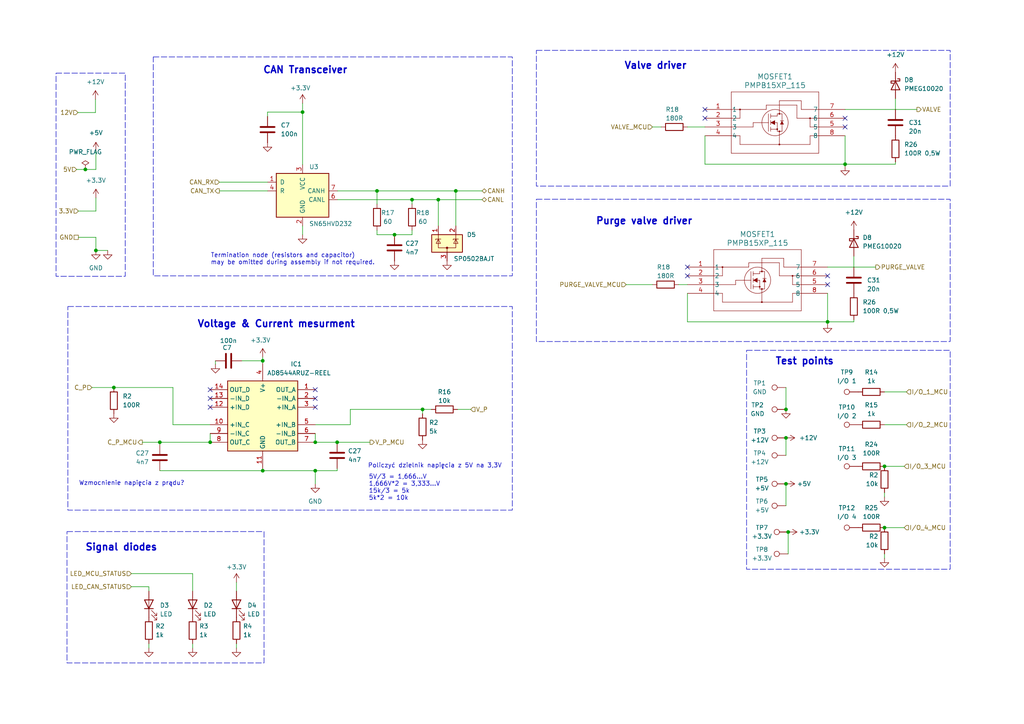
<source format=kicad_sch>
(kicad_sch (version 20230121) (generator eeschema)

  (uuid 9df92369-2505-4e62-b8bf-4ed31fcfe034)

  (paper "A4")

  (title_block
    (title "Fuel Cell Control Unit  (FCCU)")
    (date "2024-01-24")
    (company "Hydrogreen Pollub")
  )

  (lib_symbols
    (symbol "Connector:TestPoint" (pin_numbers hide) (pin_names (offset 0.762) hide) (in_bom yes) (on_board yes)
      (property "Reference" "TP" (at 0 6.858 0)
        (effects (font (size 1.27 1.27)))
      )
      (property "Value" "TestPoint" (at 0 5.08 0)
        (effects (font (size 1.27 1.27)))
      )
      (property "Footprint" "" (at 5.08 0 0)
        (effects (font (size 1.27 1.27)) hide)
      )
      (property "Datasheet" "~" (at 5.08 0 0)
        (effects (font (size 1.27 1.27)) hide)
      )
      (property "ki_keywords" "test point tp" (at 0 0 0)
        (effects (font (size 1.27 1.27)) hide)
      )
      (property "ki_description" "test point" (at 0 0 0)
        (effects (font (size 1.27 1.27)) hide)
      )
      (property "ki_fp_filters" "Pin* Test*" (at 0 0 0)
        (effects (font (size 1.27 1.27)) hide)
      )
      (symbol "TestPoint_0_1"
        (circle (center 0 3.302) (radius 0.762)
          (stroke (width 0) (type default))
          (fill (type none))
        )
      )
      (symbol "TestPoint_1_1"
        (pin passive line (at 0 0 90) (length 2.54)
          (name "1" (effects (font (size 1.27 1.27))))
          (number "1" (effects (font (size 1.27 1.27))))
        )
      )
    )
    (symbol "Device:C" (pin_numbers hide) (pin_names (offset 0.254)) (in_bom yes) (on_board yes)
      (property "Reference" "C" (at 0.635 2.54 0)
        (effects (font (size 1.27 1.27)) (justify left))
      )
      (property "Value" "C" (at 0.635 -2.54 0)
        (effects (font (size 1.27 1.27)) (justify left))
      )
      (property "Footprint" "" (at 0.9652 -3.81 0)
        (effects (font (size 1.27 1.27)) hide)
      )
      (property "Datasheet" "~" (at 0 0 0)
        (effects (font (size 1.27 1.27)) hide)
      )
      (property "ki_keywords" "cap capacitor" (at 0 0 0)
        (effects (font (size 1.27 1.27)) hide)
      )
      (property "ki_description" "Unpolarized capacitor" (at 0 0 0)
        (effects (font (size 1.27 1.27)) hide)
      )
      (property "ki_fp_filters" "C_*" (at 0 0 0)
        (effects (font (size 1.27 1.27)) hide)
      )
      (symbol "C_0_1"
        (polyline
          (pts
            (xy -2.032 -0.762)
            (xy 2.032 -0.762)
          )
          (stroke (width 0.508) (type default))
          (fill (type none))
        )
        (polyline
          (pts
            (xy -2.032 0.762)
            (xy 2.032 0.762)
          )
          (stroke (width 0.508) (type default))
          (fill (type none))
        )
      )
      (symbol "C_1_1"
        (pin passive line (at 0 3.81 270) (length 2.794)
          (name "~" (effects (font (size 1.27 1.27))))
          (number "1" (effects (font (size 1.27 1.27))))
        )
        (pin passive line (at 0 -3.81 90) (length 2.794)
          (name "~" (effects (font (size 1.27 1.27))))
          (number "2" (effects (font (size 1.27 1.27))))
        )
      )
    )
    (symbol "Device:LED" (pin_numbers hide) (pin_names (offset 1.016) hide) (in_bom yes) (on_board yes)
      (property "Reference" "D" (at 0 2.54 0)
        (effects (font (size 1.27 1.27)))
      )
      (property "Value" "LED" (at 0 -2.54 0)
        (effects (font (size 1.27 1.27)))
      )
      (property "Footprint" "" (at 0 0 0)
        (effects (font (size 1.27 1.27)) hide)
      )
      (property "Datasheet" "~" (at 0 0 0)
        (effects (font (size 1.27 1.27)) hide)
      )
      (property "ki_keywords" "LED diode" (at 0 0 0)
        (effects (font (size 1.27 1.27)) hide)
      )
      (property "ki_description" "Light emitting diode" (at 0 0 0)
        (effects (font (size 1.27 1.27)) hide)
      )
      (property "ki_fp_filters" "LED* LED_SMD:* LED_THT:*" (at 0 0 0)
        (effects (font (size 1.27 1.27)) hide)
      )
      (symbol "LED_0_1"
        (polyline
          (pts
            (xy -1.27 -1.27)
            (xy -1.27 1.27)
          )
          (stroke (width 0.254) (type default))
          (fill (type none))
        )
        (polyline
          (pts
            (xy -1.27 0)
            (xy 1.27 0)
          )
          (stroke (width 0) (type default))
          (fill (type none))
        )
        (polyline
          (pts
            (xy 1.27 -1.27)
            (xy 1.27 1.27)
            (xy -1.27 0)
            (xy 1.27 -1.27)
          )
          (stroke (width 0.254) (type default))
          (fill (type none))
        )
        (polyline
          (pts
            (xy -3.048 -0.762)
            (xy -4.572 -2.286)
            (xy -3.81 -2.286)
            (xy -4.572 -2.286)
            (xy -4.572 -1.524)
          )
          (stroke (width 0) (type default))
          (fill (type none))
        )
        (polyline
          (pts
            (xy -1.778 -0.762)
            (xy -3.302 -2.286)
            (xy -2.54 -2.286)
            (xy -3.302 -2.286)
            (xy -3.302 -1.524)
          )
          (stroke (width 0) (type default))
          (fill (type none))
        )
      )
      (symbol "LED_1_1"
        (pin passive line (at -3.81 0 0) (length 2.54)
          (name "K" (effects (font (size 1.27 1.27))))
          (number "1" (effects (font (size 1.27 1.27))))
        )
        (pin passive line (at 3.81 0 180) (length 2.54)
          (name "A" (effects (font (size 1.27 1.27))))
          (number "2" (effects (font (size 1.27 1.27))))
        )
      )
    )
    (symbol "Device:R" (pin_numbers hide) (pin_names (offset 0)) (in_bom yes) (on_board yes)
      (property "Reference" "R" (at 2.032 0 90)
        (effects (font (size 1.27 1.27)))
      )
      (property "Value" "R" (at 0 0 90)
        (effects (font (size 1.27 1.27)))
      )
      (property "Footprint" "" (at -1.778 0 90)
        (effects (font (size 1.27 1.27)) hide)
      )
      (property "Datasheet" "~" (at 0 0 0)
        (effects (font (size 1.27 1.27)) hide)
      )
      (property "ki_keywords" "R res resistor" (at 0 0 0)
        (effects (font (size 1.27 1.27)) hide)
      )
      (property "ki_description" "Resistor" (at 0 0 0)
        (effects (font (size 1.27 1.27)) hide)
      )
      (property "ki_fp_filters" "R_*" (at 0 0 0)
        (effects (font (size 1.27 1.27)) hide)
      )
      (symbol "R_0_1"
        (rectangle (start -1.016 -2.54) (end 1.016 2.54)
          (stroke (width 0.254) (type default))
          (fill (type none))
        )
      )
      (symbol "R_1_1"
        (pin passive line (at 0 3.81 270) (length 1.27)
          (name "~" (effects (font (size 1.27 1.27))))
          (number "1" (effects (font (size 1.27 1.27))))
        )
        (pin passive line (at 0 -3.81 90) (length 1.27)
          (name "~" (effects (font (size 1.27 1.27))))
          (number "2" (effects (font (size 1.27 1.27))))
        )
      )
    )
    (symbol "Diode:1N5819" (pin_numbers hide) (pin_names (offset 1.016) hide) (in_bom yes) (on_board yes)
      (property "Reference" "D" (at 0 2.54 0)
        (effects (font (size 1.27 1.27)))
      )
      (property "Value" "1N5819" (at 0 -2.54 0)
        (effects (font (size 1.27 1.27)))
      )
      (property "Footprint" "Diode_THT:D_DO-41_SOD81_P10.16mm_Horizontal" (at 0 -4.445 0)
        (effects (font (size 1.27 1.27)) hide)
      )
      (property "Datasheet" "http://www.vishay.com/docs/88525/1n5817.pdf" (at 0 0 0)
        (effects (font (size 1.27 1.27)) hide)
      )
      (property "ki_keywords" "diode Schottky" (at 0 0 0)
        (effects (font (size 1.27 1.27)) hide)
      )
      (property "ki_description" "40V 1A Schottky Barrier Rectifier Diode, DO-41" (at 0 0 0)
        (effects (font (size 1.27 1.27)) hide)
      )
      (property "ki_fp_filters" "D*DO?41*" (at 0 0 0)
        (effects (font (size 1.27 1.27)) hide)
      )
      (symbol "1N5819_0_1"
        (polyline
          (pts
            (xy 1.27 0)
            (xy -1.27 0)
          )
          (stroke (width 0) (type default))
          (fill (type none))
        )
        (polyline
          (pts
            (xy 1.27 1.27)
            (xy 1.27 -1.27)
            (xy -1.27 0)
            (xy 1.27 1.27)
          )
          (stroke (width 0.254) (type default))
          (fill (type none))
        )
        (polyline
          (pts
            (xy -1.905 0.635)
            (xy -1.905 1.27)
            (xy -1.27 1.27)
            (xy -1.27 -1.27)
            (xy -0.635 -1.27)
            (xy -0.635 -0.635)
          )
          (stroke (width 0.254) (type default))
          (fill (type none))
        )
      )
      (symbol "1N5819_1_1"
        (pin passive line (at -3.81 0 0) (length 2.54)
          (name "K" (effects (font (size 1.27 1.27))))
          (number "1" (effects (font (size 1.27 1.27))))
        )
        (pin passive line (at 3.81 0 180) (length 2.54)
          (name "A" (effects (font (size 1.27 1.27))))
          (number "2" (effects (font (size 1.27 1.27))))
        )
      )
    )
    (symbol "Interface_CAN_LIN:SN65HVD232" (pin_names (offset 1.016)) (in_bom yes) (on_board yes)
      (property "Reference" "U" (at -2.54 10.16 0)
        (effects (font (size 1.27 1.27)) (justify right))
      )
      (property "Value" "SN65HVD232" (at -2.54 7.62 0)
        (effects (font (size 1.27 1.27)) (justify right))
      )
      (property "Footprint" "Package_SO:SOIC-8_3.9x4.9mm_P1.27mm" (at 0 -12.7 0)
        (effects (font (size 1.27 1.27)) hide)
      )
      (property "Datasheet" "http://www.ti.com/lit/ds/symlink/sn65hvd230.pdf" (at -2.54 10.16 0)
        (effects (font (size 1.27 1.27)) hide)
      )
      (property "ki_keywords" "can transeiver ti" (at 0 0 0)
        (effects (font (size 1.27 1.27)) hide)
      )
      (property "ki_description" "CAN Bus Transceivers, 3.3V, 1Mbps, SOIC-8" (at 0 0 0)
        (effects (font (size 1.27 1.27)) hide)
      )
      (property "ki_fp_filters" "SOIC*3.9x4.9mm*P1.27mm*" (at 0 0 0)
        (effects (font (size 1.27 1.27)) hide)
      )
      (symbol "SN65HVD232_0_1"
        (rectangle (start -7.62 5.08) (end 7.62 -7.62)
          (stroke (width 0.254) (type default))
          (fill (type background))
        )
      )
      (symbol "SN65HVD232_1_1"
        (pin input line (at -10.16 2.54 0) (length 2.54)
          (name "D" (effects (font (size 1.27 1.27))))
          (number "1" (effects (font (size 1.27 1.27))))
        )
        (pin power_in line (at 0 -10.16 90) (length 2.54)
          (name "GND" (effects (font (size 1.27 1.27))))
          (number "2" (effects (font (size 1.27 1.27))))
        )
        (pin power_in line (at 0 7.62 270) (length 2.54)
          (name "VCC" (effects (font (size 1.27 1.27))))
          (number "3" (effects (font (size 1.27 1.27))))
        )
        (pin output line (at -10.16 0 0) (length 2.54)
          (name "R" (effects (font (size 1.27 1.27))))
          (number "4" (effects (font (size 1.27 1.27))))
        )
        (pin no_connect line (at -7.62 -2.54 0) (length 2.54) hide
          (name "NC" (effects (font (size 1.27 1.27))))
          (number "5" (effects (font (size 1.27 1.27))))
        )
        (pin bidirectional line (at 10.16 -2.54 180) (length 2.54)
          (name "CANL" (effects (font (size 1.27 1.27))))
          (number "6" (effects (font (size 1.27 1.27))))
        )
        (pin bidirectional line (at 10.16 0 180) (length 2.54)
          (name "CANH" (effects (font (size 1.27 1.27))))
          (number "7" (effects (font (size 1.27 1.27))))
        )
        (pin no_connect line (at -7.62 -5.08 0) (length 2.54) hide
          (name "NC" (effects (font (size 1.27 1.27))))
          (number "8" (effects (font (size 1.27 1.27))))
        )
      )
    )
    (symbol "Power_Protection:SP0502BAJT" (pin_names hide) (in_bom yes) (on_board yes)
      (property "Reference" "D" (at 5.715 2.54 0)
        (effects (font (size 1.27 1.27)) (justify left))
      )
      (property "Value" "SP0502BAJT" (at 5.715 0.635 0)
        (effects (font (size 1.27 1.27)) (justify left))
      )
      (property "Footprint" "Package_TO_SOT_SMD:SOT-323_SC-70" (at 5.715 -1.27 0)
        (effects (font (size 1.27 1.27)) (justify left) hide)
      )
      (property "Datasheet" "http://www.littelfuse.com/~/media/files/littelfuse/technical%20resources/documents/data%20sheets/sp05xxba.pdf" (at 3.175 3.175 0)
        (effects (font (size 1.27 1.27)) hide)
      )
      (property "ki_keywords" "usb esd protection suppression transient" (at 0 0 0)
        (effects (font (size 1.27 1.27)) hide)
      )
      (property "ki_description" "TVS Diode Array, 5.5V Standoff, 2 Channels, SC-70 package" (at 0 0 0)
        (effects (font (size 1.27 1.27)) hide)
      )
      (property "ki_fp_filters" "SOT?323*" (at 0 0 0)
        (effects (font (size 1.27 1.27)) hide)
      )
      (symbol "SP0502BAJT_0_0"
        (pin passive line (at 0 -5.08 90) (length 2.54)
          (name "A" (effects (font (size 1.27 1.27))))
          (number "3" (effects (font (size 1.27 1.27))))
        )
      )
      (symbol "SP0502BAJT_0_1"
        (rectangle (start -4.445 2.54) (end 4.445 -2.54)
          (stroke (width 0.254) (type default))
          (fill (type background))
        )
        (circle (center 0 -1.27) (radius 0.254)
          (stroke (width 0) (type default))
          (fill (type outline))
        )
        (polyline
          (pts
            (xy -2.54 2.54)
            (xy -2.54 1.27)
          )
          (stroke (width 0) (type default))
          (fill (type none))
        )
        (polyline
          (pts
            (xy 0 -1.27)
            (xy 0 -2.54)
          )
          (stroke (width 0) (type default))
          (fill (type none))
        )
        (polyline
          (pts
            (xy 2.54 2.54)
            (xy 2.54 1.27)
          )
          (stroke (width 0) (type default))
          (fill (type none))
        )
        (polyline
          (pts
            (xy -3.302 1.016)
            (xy -3.302 1.27)
            (xy -1.905 1.27)
            (xy -1.778 1.27)
          )
          (stroke (width 0) (type default))
          (fill (type none))
        )
        (polyline
          (pts
            (xy -2.54 1.27)
            (xy -2.54 -1.27)
            (xy 2.54 -1.27)
            (xy 2.54 1.27)
          )
          (stroke (width 0) (type default))
          (fill (type none))
        )
        (polyline
          (pts
            (xy -2.54 1.27)
            (xy -1.905 0)
            (xy -3.175 0)
            (xy -2.54 1.27)
          )
          (stroke (width 0) (type default))
          (fill (type none))
        )
        (polyline
          (pts
            (xy 1.778 1.016)
            (xy 1.778 1.27)
            (xy 3.175 1.27)
            (xy 3.302 1.27)
          )
          (stroke (width 0) (type default))
          (fill (type none))
        )
        (polyline
          (pts
            (xy 2.54 1.27)
            (xy 1.905 0)
            (xy 3.175 0)
            (xy 2.54 1.27)
          )
          (stroke (width 0) (type default))
          (fill (type none))
        )
      )
      (symbol "SP0502BAJT_1_1"
        (pin passive line (at -2.54 5.08 270) (length 2.54)
          (name "K" (effects (font (size 1.27 1.27))))
          (number "1" (effects (font (size 1.27 1.27))))
        )
        (pin passive line (at 2.54 5.08 270) (length 2.54)
          (name "K" (effects (font (size 1.27 1.27))))
          (number "2" (effects (font (size 1.27 1.27))))
        )
      )
    )
    (symbol "ad8544:AD8544ARUZ-REEL" (in_bom yes) (on_board yes)
      (property "Reference" "IC1" (at 2.54 7.62 0)
        (effects (font (size 1.27 1.27)))
      )
      (property "Value" "AD8544ARUZ-REEL" (at 2.54 5.08 0)
        (effects (font (size 1.27 1.27)))
      )
      (property "Footprint" "library:SOP65P640X120-14N" (at 26.67 -94.92 0)
        (effects (font (size 1.27 1.27)) (justify left top) hide)
      )
      (property "Datasheet" "https://www.analog.com/media/en/technical-documentation/data-sheets/ad8541_8542_8544.pdf" (at 26.67 -194.92 0)
        (effects (font (size 1.27 1.27)) (justify left top) hide)
      )
      (property "Height" "1.2" (at 26.67 -394.92 0)
        (effects (font (size 1.27 1.27)) (justify left top) hide)
      )
      (property "Mouser Part Number" "584-AD8544ARUZ-R" (at 26.67 -494.92 0)
        (effects (font (size 1.27 1.27)) (justify left top) hide)
      )
      (property "Mouser Price/Stock" "https://www.mouser.co.uk/ProductDetail/Analog-Devices/AD8544ARUZ-REEL?qs=%2FtpEQrCGXCzshxYletFRHw%3D%3D" (at 26.67 -594.92 0)
        (effects (font (size 1.27 1.27)) (justify left top) hide)
      )
      (property "Manufacturer_Name" "Analog Devices" (at 26.67 -694.92 0)
        (effects (font (size 1.27 1.27)) (justify left top) hide)
      )
      (property "Manufacturer_Part_Number" "AD8544ARUZ-REEL" (at 26.67 -794.92 0)
        (effects (font (size 1.27 1.27)) (justify left top) hide)
      )
      (property "ki_description" "Analog Devices AD8544ARUZ-REEL, Quad CMOS Op Amp, 0.98MHz Rail-Rail, 2.7  5.5 V, 14-Pin TSSOP" (at 0 0 0)
        (effects (font (size 1.27 1.27)) hide)
      )
      (symbol "AD8544ARUZ-REEL_1_1"
        (rectangle (start 5.08 2.54) (end 25.4 -17.78)
          (stroke (width 0.254) (type default))
          (fill (type background))
        )
        (pin passive line (at 0 0 0) (length 5.08)
          (name "OUT_A" (effects (font (size 1.27 1.27))))
          (number "1" (effects (font (size 1.27 1.27))))
        )
        (pin passive line (at 30.48 -10.16 180) (length 5.08)
          (name "+IN_C" (effects (font (size 1.27 1.27))))
          (number "10" (effects (font (size 1.27 1.27))))
        )
        (pin passive line (at 15.24 -22.86 90) (length 5.08)
          (name "GND" (effects (font (size 1.27 1.27))))
          (number "11" (effects (font (size 1.27 1.27))))
        )
        (pin passive line (at 30.48 -5.08 180) (length 5.08)
          (name "+IN_D" (effects (font (size 1.27 1.27))))
          (number "12" (effects (font (size 1.27 1.27))))
        )
        (pin passive line (at 30.48 -2.54 180) (length 5.08)
          (name "-IN_D" (effects (font (size 1.27 1.27))))
          (number "13" (effects (font (size 1.27 1.27))))
        )
        (pin passive line (at 30.48 0 180) (length 5.08)
          (name "OUT_D" (effects (font (size 1.27 1.27))))
          (number "14" (effects (font (size 1.27 1.27))))
        )
        (pin passive line (at 0 -2.54 0) (length 5.08)
          (name "-IN_A" (effects (font (size 1.27 1.27))))
          (number "2" (effects (font (size 1.27 1.27))))
        )
        (pin passive line (at 0 -5.08 0) (length 5.08)
          (name "+IN_A" (effects (font (size 1.27 1.27))))
          (number "3" (effects (font (size 1.27 1.27))))
        )
        (pin passive line (at 15.24 7.62 270) (length 5.08)
          (name "V+" (effects (font (size 1.27 1.27))))
          (number "4" (effects (font (size 1.27 1.27))))
        )
        (pin passive line (at 0 -10.16 0) (length 5.08)
          (name "+IN_B" (effects (font (size 1.27 1.27))))
          (number "5" (effects (font (size 1.27 1.27))))
        )
        (pin passive line (at 0 -12.7 0) (length 5.08)
          (name "-IN_B" (effects (font (size 1.27 1.27))))
          (number "6" (effects (font (size 1.27 1.27))))
        )
        (pin passive line (at 0 -15.24 0) (length 5.08)
          (name "OUT_B" (effects (font (size 1.27 1.27))))
          (number "7" (effects (font (size 1.27 1.27))))
        )
        (pin passive line (at 30.48 -15.24 180) (length 5.08)
          (name "OUT_C" (effects (font (size 1.27 1.27))))
          (number "8" (effects (font (size 1.27 1.27))))
        )
        (pin passive line (at 30.48 -12.7 180) (length 5.08)
          (name "-IN_C" (effects (font (size 1.27 1.27))))
          (number "9" (effects (font (size 1.27 1.27))))
        )
      )
    )
    (symbol "mosfet logic:PMPB15XP_115" (pin_names (offset 0.254)) (in_bom yes) (on_board yes)
      (property "Reference" "MOSFET" (at 20.32 10.16 0)
        (effects (font (size 1.524 1.524)))
      )
      (property "Value" "PMPB15XP_115" (at 20.32 7.62 0)
        (effects (font (size 1.524 1.524)))
      )
      (property "Footprint" "DFN2020MD-6_SOT1220_NEX" (at 0 0 0)
        (effects (font (size 1.27 1.27) italic) hide)
      )
      (property "Datasheet" "PMPB15XP_115" (at 0 0 0)
        (effects (font (size 1.27 1.27) italic) hide)
      )
      (property "ki_locked" "" (at 0 0 0)
        (effects (font (size 1.27 1.27)))
      )
      (property "ki_keywords" "PMPB15XP,115" (at 0 0 0)
        (effects (font (size 1.27 1.27)) hide)
      )
      (property "ki_fp_filters" "DFN2020MD-6_SOT1220_NEX DFN2020MD-6_SOT1220_NEX-M DFN2020MD-6_SOT1220_NEX-L" (at 0 0 0)
        (effects (font (size 1.27 1.27)) hide)
      )
      (symbol "PMPB15XP_115_0_1"
        (polyline
          (pts
            (xy 7.62 -12.7)
            (xy 33.02 -12.7)
          )
          (stroke (width 0.127) (type default))
          (fill (type none))
        )
        (polyline
          (pts
            (xy 7.62 -7.62)
            (xy 10.16 -7.62)
          )
          (stroke (width 0.127) (type default))
          (fill (type none))
        )
        (polyline
          (pts
            (xy 7.62 -5.08)
            (xy 13.97 -5.08)
          )
          (stroke (width 0.127) (type default))
          (fill (type none))
        )
        (polyline
          (pts
            (xy 7.62 -2.54)
            (xy 10.16 -2.54)
          )
          (stroke (width 0.127) (type default))
          (fill (type none))
        )
        (polyline
          (pts
            (xy 7.62 0)
            (xy 17.78 0)
          )
          (stroke (width 0.127) (type default))
          (fill (type none))
        )
        (polyline
          (pts
            (xy 7.62 5.08)
            (xy 7.62 -12.7)
          )
          (stroke (width 0.127) (type default))
          (fill (type none))
        )
        (polyline
          (pts
            (xy 10.16 -10.16)
            (xy 30.48 -10.16)
          )
          (stroke (width 0.127) (type default))
          (fill (type none))
        )
        (polyline
          (pts
            (xy 10.16 -7.62)
            (xy 10.16 -10.16)
          )
          (stroke (width 0.127) (type default))
          (fill (type none))
        )
        (polyline
          (pts
            (xy 10.16 0)
            (xy 10.16 -2.54)
          )
          (stroke (width 0.127) (type default))
          (fill (type none))
        )
        (polyline
          (pts
            (xy 13.97 -5.08)
            (xy 13.97 -3.81)
          )
          (stroke (width 0.127) (type default))
          (fill (type none))
        )
        (polyline
          (pts
            (xy 13.97 -3.81)
            (xy 18.415 -3.81)
          )
          (stroke (width 0.127) (type default))
          (fill (type none))
        )
        (polyline
          (pts
            (xy 17.78 1.27)
            (xy 17.78 0)
          )
          (stroke (width 0.127) (type default))
          (fill (type none))
        )
        (polyline
          (pts
            (xy 17.78 1.27)
            (xy 26.67 1.27)
          )
          (stroke (width 0.127) (type default))
          (fill (type none))
        )
        (polyline
          (pts
            (xy 18.415 -6.35)
            (xy 18.415 -1.27)
          )
          (stroke (width 0.127) (type default))
          (fill (type none))
        )
        (polyline
          (pts
            (xy 19.05 -6.35)
            (xy 19.05 -5.08)
          )
          (stroke (width 0.127) (type default))
          (fill (type none))
        )
        (polyline
          (pts
            (xy 19.05 -5.715)
            (xy 20.955 -5.715)
          )
          (stroke (width 0.127) (type default))
          (fill (type none))
        )
        (polyline
          (pts
            (xy 19.05 -4.445)
            (xy 19.05 -3.175)
          )
          (stroke (width 0.127) (type default))
          (fill (type none))
        )
        (polyline
          (pts
            (xy 19.05 -2.54)
            (xy 19.05 -1.27)
          )
          (stroke (width 0.127) (type default))
          (fill (type none))
        )
        (polyline
          (pts
            (xy 19.05 -1.905)
            (xy 20.955 -1.905)
          )
          (stroke (width 0.127) (type default))
          (fill (type none))
        )
        (polyline
          (pts
            (xy 20.32 -3.81)
            (xy 20.955 -3.81)
          )
          (stroke (width 0.127) (type default))
          (fill (type none))
        )
        (polyline
          (pts
            (xy 20.955 -6.35)
            (xy 20.955 -3.81)
          )
          (stroke (width 0.127) (type default))
          (fill (type none))
        )
        (polyline
          (pts
            (xy 20.955 -6.35)
            (xy 22.352 -6.35)
          )
          (stroke (width 0.127) (type default))
          (fill (type none))
        )
        (polyline
          (pts
            (xy 20.955 -1.905)
            (xy 20.955 -1.27)
          )
          (stroke (width 0.127) (type default))
          (fill (type none))
        )
        (polyline
          (pts
            (xy 20.955 -1.27)
            (xy 22.352 -1.27)
          )
          (stroke (width 0.127) (type default))
          (fill (type none))
        )
        (polyline
          (pts
            (xy 21.59 -10.16)
            (xy 21.59 -6.35)
          )
          (stroke (width 0.127) (type default))
          (fill (type none))
        )
        (polyline
          (pts
            (xy 21.59 2.54)
            (xy 21.59 -1.27)
          )
          (stroke (width 0.127) (type default))
          (fill (type none))
        )
        (polyline
          (pts
            (xy 22.352 -6.35)
            (xy 22.352 -4.318)
          )
          (stroke (width 0.127) (type default))
          (fill (type none))
        )
        (polyline
          (pts
            (xy 22.352 -3.302)
            (xy 22.352 -1.27)
          )
          (stroke (width 0.127) (type default))
          (fill (type none))
        )
        (polyline
          (pts
            (xy 22.86 -3.302)
            (xy 21.844 -3.302)
          )
          (stroke (width 0.127) (type default))
          (fill (type none))
        )
        (polyline
          (pts
            (xy 26.67 -2.54)
            (xy 30.48 -2.54)
          )
          (stroke (width 0.127) (type default))
          (fill (type none))
        )
        (polyline
          (pts
            (xy 26.67 1.27)
            (xy 26.67 -2.54)
          )
          (stroke (width 0.127) (type default))
          (fill (type none))
        )
        (polyline
          (pts
            (xy 27.94 0)
            (xy 27.94 2.54)
          )
          (stroke (width 0.127) (type default))
          (fill (type none))
        )
        (polyline
          (pts
            (xy 27.94 2.54)
            (xy 21.59 2.54)
          )
          (stroke (width 0.127) (type default))
          (fill (type none))
        )
        (polyline
          (pts
            (xy 30.48 -7.62)
            (xy 30.48 -10.16)
          )
          (stroke (width 0.127) (type default))
          (fill (type none))
        )
        (polyline
          (pts
            (xy 30.48 -5.08)
            (xy 30.48 -2.54)
          )
          (stroke (width 0.127) (type default))
          (fill (type none))
        )
        (polyline
          (pts
            (xy 33.02 -12.7)
            (xy 33.02 5.08)
          )
          (stroke (width 0.127) (type default))
          (fill (type none))
        )
        (polyline
          (pts
            (xy 33.02 -7.62)
            (xy 30.48 -7.62)
          )
          (stroke (width 0.127) (type default))
          (fill (type none))
        )
        (polyline
          (pts
            (xy 33.02 -5.08)
            (xy 30.48 -5.08)
          )
          (stroke (width 0.127) (type default))
          (fill (type none))
        )
        (polyline
          (pts
            (xy 33.02 -2.54)
            (xy 30.48 -2.54)
          )
          (stroke (width 0.127) (type default))
          (fill (type none))
        )
        (polyline
          (pts
            (xy 33.02 0)
            (xy 27.94 0)
          )
          (stroke (width 0.127) (type default))
          (fill (type none))
        )
        (polyline
          (pts
            (xy 33.02 5.08)
            (xy 7.62 5.08)
          )
          (stroke (width 0.127) (type default))
          (fill (type none))
        )
        (polyline
          (pts
            (xy 20.32 -3.175)
            (xy 19.05 -3.81)
            (xy 20.32 -4.445)
          )
          (stroke (width 0.0254) (type default))
          (fill (type outline))
        )
        (polyline
          (pts
            (xy 22.86 -4.318)
            (xy 21.844 -4.318)
            (xy 22.352 -3.302)
          )
          (stroke (width 0.0254) (type default))
          (fill (type outline))
        )
        (circle (center 10.16 0) (radius 0.127)
          (stroke (width 0.254) (type default))
          (fill (type none))
        )
        (circle (center 20.32 -3.81) (radius 3.81)
          (stroke (width 0.127) (type default))
          (fill (type none))
        )
        (circle (center 20.955 -5.715) (radius 0.127)
          (stroke (width 0.254) (type default))
          (fill (type none))
        )
        (circle (center 21.59 -10.16) (radius 0.127)
          (stroke (width 0.254) (type default))
          (fill (type none))
        )
        (circle (center 21.59 -6.35) (radius 0.127)
          (stroke (width 0.254) (type default))
          (fill (type none))
        )
        (circle (center 21.59 -1.27) (radius 0.127)
          (stroke (width 0.254) (type default))
          (fill (type none))
        )
        (circle (center 30.48 -2.54) (radius 0.127)
          (stroke (width 0.254) (type default))
          (fill (type none))
        )
        (pin unspecified line (at 0 0 0) (length 7.62)
          (name "1" (effects (font (size 1.27 1.27))))
          (number "1" (effects (font (size 1.27 1.27))))
        )
        (pin unspecified line (at 0 -2.54 0) (length 7.62)
          (name "2" (effects (font (size 1.27 1.27))))
          (number "2" (effects (font (size 1.27 1.27))))
        )
        (pin unspecified line (at 0 -5.08 0) (length 7.62)
          (name "3" (effects (font (size 1.27 1.27))))
          (number "3" (effects (font (size 1.27 1.27))))
        )
        (pin unspecified line (at 0 -7.62 0) (length 7.62)
          (name "4" (effects (font (size 1.27 1.27))))
          (number "4" (effects (font (size 1.27 1.27))))
        )
        (pin unspecified line (at 40.64 -5.08 180) (length 7.62)
          (name "5" (effects (font (size 1.27 1.27))))
          (number "5" (effects (font (size 1.27 1.27))))
        )
        (pin unspecified line (at 40.64 -2.54 180) (length 7.62)
          (name "6" (effects (font (size 1.27 1.27))))
          (number "6" (effects (font (size 1.27 1.27))))
        )
        (pin unspecified line (at 40.64 0 180) (length 7.62)
          (name "7" (effects (font (size 1.27 1.27))))
          (number "7" (effects (font (size 1.27 1.27))))
        )
        (pin unspecified line (at 40.64 -7.62 180) (length 7.62)
          (name "8" (effects (font (size 1.27 1.27))))
          (number "8" (effects (font (size 1.27 1.27))))
        )
      )
    )
    (symbol "power:+12V" (power) (pin_names (offset 0)) (in_bom yes) (on_board yes)
      (property "Reference" "#PWR" (at 0 -3.81 0)
        (effects (font (size 1.27 1.27)) hide)
      )
      (property "Value" "+12V" (at 0 3.556 0)
        (effects (font (size 1.27 1.27)))
      )
      (property "Footprint" "" (at 0 0 0)
        (effects (font (size 1.27 1.27)) hide)
      )
      (property "Datasheet" "" (at 0 0 0)
        (effects (font (size 1.27 1.27)) hide)
      )
      (property "ki_keywords" "global power" (at 0 0 0)
        (effects (font (size 1.27 1.27)) hide)
      )
      (property "ki_description" "Power symbol creates a global label with name \"+12V\"" (at 0 0 0)
        (effects (font (size 1.27 1.27)) hide)
      )
      (symbol "+12V_0_1"
        (polyline
          (pts
            (xy -0.762 1.27)
            (xy 0 2.54)
          )
          (stroke (width 0) (type default))
          (fill (type none))
        )
        (polyline
          (pts
            (xy 0 0)
            (xy 0 2.54)
          )
          (stroke (width 0) (type default))
          (fill (type none))
        )
        (polyline
          (pts
            (xy 0 2.54)
            (xy 0.762 1.27)
          )
          (stroke (width 0) (type default))
          (fill (type none))
        )
      )
      (symbol "+12V_1_1"
        (pin power_in line (at 0 0 90) (length 0) hide
          (name "+12V" (effects (font (size 1.27 1.27))))
          (number "1" (effects (font (size 1.27 1.27))))
        )
      )
    )
    (symbol "power:+3.3V" (power) (pin_names (offset 0)) (in_bom yes) (on_board yes)
      (property "Reference" "#PWR" (at 0 -3.81 0)
        (effects (font (size 1.27 1.27)) hide)
      )
      (property "Value" "+3.3V" (at 0 3.556 0)
        (effects (font (size 1.27 1.27)))
      )
      (property "Footprint" "" (at 0 0 0)
        (effects (font (size 1.27 1.27)) hide)
      )
      (property "Datasheet" "" (at 0 0 0)
        (effects (font (size 1.27 1.27)) hide)
      )
      (property "ki_keywords" "global power" (at 0 0 0)
        (effects (font (size 1.27 1.27)) hide)
      )
      (property "ki_description" "Power symbol creates a global label with name \"+3.3V\"" (at 0 0 0)
        (effects (font (size 1.27 1.27)) hide)
      )
      (symbol "+3.3V_0_1"
        (polyline
          (pts
            (xy -0.762 1.27)
            (xy 0 2.54)
          )
          (stroke (width 0) (type default))
          (fill (type none))
        )
        (polyline
          (pts
            (xy 0 0)
            (xy 0 2.54)
          )
          (stroke (width 0) (type default))
          (fill (type none))
        )
        (polyline
          (pts
            (xy 0 2.54)
            (xy 0.762 1.27)
          )
          (stroke (width 0) (type default))
          (fill (type none))
        )
      )
      (symbol "+3.3V_1_1"
        (pin power_in line (at 0 0 90) (length 0) hide
          (name "+3.3V" (effects (font (size 1.27 1.27))))
          (number "1" (effects (font (size 1.27 1.27))))
        )
      )
    )
    (symbol "power:+5V" (power) (pin_names (offset 0)) (in_bom yes) (on_board yes)
      (property "Reference" "#PWR" (at 0 -3.81 0)
        (effects (font (size 1.27 1.27)) hide)
      )
      (property "Value" "+5V" (at 0 3.556 0)
        (effects (font (size 1.27 1.27)))
      )
      (property "Footprint" "" (at 0 0 0)
        (effects (font (size 1.27 1.27)) hide)
      )
      (property "Datasheet" "" (at 0 0 0)
        (effects (font (size 1.27 1.27)) hide)
      )
      (property "ki_keywords" "global power" (at 0 0 0)
        (effects (font (size 1.27 1.27)) hide)
      )
      (property "ki_description" "Power symbol creates a global label with name \"+5V\"" (at 0 0 0)
        (effects (font (size 1.27 1.27)) hide)
      )
      (symbol "+5V_0_1"
        (polyline
          (pts
            (xy -0.762 1.27)
            (xy 0 2.54)
          )
          (stroke (width 0) (type default))
          (fill (type none))
        )
        (polyline
          (pts
            (xy 0 0)
            (xy 0 2.54)
          )
          (stroke (width 0) (type default))
          (fill (type none))
        )
        (polyline
          (pts
            (xy 0 2.54)
            (xy 0.762 1.27)
          )
          (stroke (width 0) (type default))
          (fill (type none))
        )
      )
      (symbol "+5V_1_1"
        (pin power_in line (at 0 0 90) (length 0) hide
          (name "+5V" (effects (font (size 1.27 1.27))))
          (number "1" (effects (font (size 1.27 1.27))))
        )
      )
    )
    (symbol "power:GND" (power) (pin_names (offset 0)) (in_bom yes) (on_board yes)
      (property "Reference" "#PWR" (at 0 -6.35 0)
        (effects (font (size 1.27 1.27)) hide)
      )
      (property "Value" "GND" (at 0 -3.81 0)
        (effects (font (size 1.27 1.27)))
      )
      (property "Footprint" "" (at 0 0 0)
        (effects (font (size 1.27 1.27)) hide)
      )
      (property "Datasheet" "" (at 0 0 0)
        (effects (font (size 1.27 1.27)) hide)
      )
      (property "ki_keywords" "global power" (at 0 0 0)
        (effects (font (size 1.27 1.27)) hide)
      )
      (property "ki_description" "Power symbol creates a global label with name \"GND\" , ground" (at 0 0 0)
        (effects (font (size 1.27 1.27)) hide)
      )
      (symbol "GND_0_1"
        (polyline
          (pts
            (xy 0 0)
            (xy 0 -1.27)
            (xy 1.27 -1.27)
            (xy 0 -2.54)
            (xy -1.27 -1.27)
            (xy 0 -1.27)
          )
          (stroke (width 0) (type default))
          (fill (type none))
        )
      )
      (symbol "GND_1_1"
        (pin power_in line (at 0 0 270) (length 0) hide
          (name "GND" (effects (font (size 1.27 1.27))))
          (number "1" (effects (font (size 1.27 1.27))))
        )
      )
    )
    (symbol "power:PWR_FLAG" (power) (pin_numbers hide) (pin_names (offset 0) hide) (in_bom yes) (on_board yes)
      (property "Reference" "#FLG" (at 0 1.905 0)
        (effects (font (size 1.27 1.27)) hide)
      )
      (property "Value" "PWR_FLAG" (at 0 3.81 0)
        (effects (font (size 1.27 1.27)))
      )
      (property "Footprint" "" (at 0 0 0)
        (effects (font (size 1.27 1.27)) hide)
      )
      (property "Datasheet" "~" (at 0 0 0)
        (effects (font (size 1.27 1.27)) hide)
      )
      (property "ki_keywords" "flag power" (at 0 0 0)
        (effects (font (size 1.27 1.27)) hide)
      )
      (property "ki_description" "Special symbol for telling ERC where power comes from" (at 0 0 0)
        (effects (font (size 1.27 1.27)) hide)
      )
      (symbol "PWR_FLAG_0_0"
        (pin power_out line (at 0 0 90) (length 0)
          (name "pwr" (effects (font (size 1.27 1.27))))
          (number "1" (effects (font (size 1.27 1.27))))
        )
      )
      (symbol "PWR_FLAG_0_1"
        (polyline
          (pts
            (xy 0 0)
            (xy 0 1.27)
            (xy -1.016 1.905)
            (xy 0 2.54)
            (xy 1.016 1.905)
            (xy 0 1.27)
          )
          (stroke (width 0) (type default))
          (fill (type none))
        )
      )
    )
  )

  (junction (at 119.507 57.912) (diameter 0) (color 0 0 0 0)
    (uuid 22c2e224-780d-4df2-8444-fd74a19a07b4)
  )
  (junction (at 109.347 55.372) (diameter 0) (color 0 0 0 0)
    (uuid 27e4f171-7221-4bcc-b5ff-92443f981121)
  )
  (junction (at 91.44 128.27) (diameter 0) (color 0 0 0 0)
    (uuid 3261e5e6-66d3-46d9-b10e-7566ad514d7f)
  )
  (junction (at 240.03 93.345) (diameter 0) (color 0 0 0 0)
    (uuid 4117905a-bea7-4b4d-bc30-14c4faec99a2)
  )
  (junction (at 114.427 68.072) (diameter 0) (color 0 0 0 0)
    (uuid 436b6db8-0f31-4289-bf11-2db2934a3136)
  )
  (junction (at 227.965 118.745) (diameter 0) (color 0 0 0 0)
    (uuid 47d08659-23f1-423f-b1f2-854f7ae457e7)
  )
  (junction (at 97.79 128.27) (diameter 0) (color 0 0 0 0)
    (uuid 5ae1ff98-fb80-41ec-a1a4-b507a7a6deb0)
  )
  (junction (at 227.965 140.335) (diameter 0) (color 0 0 0 0)
    (uuid 65bbc929-8eed-4b74-ab0c-de09904a5165)
  )
  (junction (at 227.965 127) (diameter 0) (color 0 0 0 0)
    (uuid 6fa39fa3-e87b-44eb-ac51-1d4fc0f864ba)
  )
  (junction (at 91.44 136.525) (diameter 0) (color 0 0 0 0)
    (uuid 7281aaf5-65dd-48c1-91a3-e4f0d22ff7e9)
  )
  (junction (at 122.555 118.745) (diameter 0) (color 0 0 0 0)
    (uuid 7b01d924-d015-41aa-8cf9-fcd91ce1a415)
  )
  (junction (at 24.765 49.149) (diameter 0) (color 0 0 0 0)
    (uuid 86e4982a-d85f-4681-bdc7-551a3f1f4922)
  )
  (junction (at 256.54 153.035) (diameter 0) (color 0 0 0 0)
    (uuid 8d28c92a-815e-46b4-b7ec-a01e896f761e)
  )
  (junction (at 256.54 135.255) (diameter 0) (color 0 0 0 0)
    (uuid 8f89ce44-e965-4cea-84f9-59bb3e1b2989)
  )
  (junction (at 127.127 57.912) (diameter 0) (color 0 0 0 0)
    (uuid 97debd4b-23e4-4236-ab12-adb8981acac8)
  )
  (junction (at 33.02 112.395) (diameter 0) (color 0 0 0 0)
    (uuid b2abd508-6821-476c-8771-68214573133a)
  )
  (junction (at 245.11 47.625) (diameter 0) (color 0 0 0 0)
    (uuid b457a29e-3bdc-48a8-b2ee-a4b8bd7e653b)
  )
  (junction (at 76.2 104.648) (diameter 0) (color 0 0 0 0)
    (uuid b4bdf9fc-773a-4cd1-a8ae-3a79de43c1aa)
  )
  (junction (at 87.757 32.512) (diameter 0) (color 0 0 0 0)
    (uuid b74f5fe7-1a79-4a91-b2b8-9fc633e2c114)
  )
  (junction (at 46.355 128.27) (diameter 0) (color 0 0 0 0)
    (uuid bdfccfd1-145e-4d42-b0ee-67f9848c81c7)
  )
  (junction (at 76.2 136.525) (diameter 0) (color 0 0 0 0)
    (uuid d64848a6-14f3-409e-bc67-d15c4635c3a7)
  )
  (junction (at 27.813 72.644) (diameter 0) (color 0 0 0 0)
    (uuid e11ce764-097b-4ac7-bbb9-fb67348ee05a)
  )
  (junction (at 60.96 128.27) (diameter 0) (color 0 0 0 0)
    (uuid ec35056c-6948-4fc0-8dcf-a050aa1a8de6)
  )
  (junction (at 228.6 154.305) (diameter 0) (color 0 0 0 0)
    (uuid eddc6567-0134-4f32-aec7-138581bfdf24)
  )
  (junction (at 132.207 55.372) (diameter 0) (color 0 0 0 0)
    (uuid f3013576-8073-4cb8-af76-a9932b2dda92)
  )

  (no_connect (at 91.44 118.11) (uuid 1d44bb0b-34b0-42cb-89c3-41f7523a8783))
  (no_connect (at 91.44 115.57) (uuid 2e8248f1-937b-4a0a-81ba-b283d56aaeb1))
  (no_connect (at 245.11 34.29) (uuid 3c066f78-7f0c-4450-8065-d9eea4f56767))
  (no_connect (at 60.96 115.57) (uuid 4cc06e05-706b-4709-aeb0-28d3a8ae217e))
  (no_connect (at 91.44 113.03) (uuid 59f121f6-8d9e-41ff-92b5-314c982879c3))
  (no_connect (at 204.47 34.29) (uuid 9bcc3085-8fff-4715-a263-06a95c9c1545))
  (no_connect (at 240.03 80.01) (uuid a9806598-8b51-4fac-b7c0-c2f50630a124))
  (no_connect (at 60.96 113.03) (uuid aefddbbe-e18b-414d-97fd-f2d601a5c253))
  (no_connect (at 245.11 36.83) (uuid b5b30257-48e6-4236-b0f1-7c9b760f0114))
  (no_connect (at 60.96 118.11) (uuid c6e1d248-8121-401e-9c4c-d4b3aed0e506))
  (no_connect (at 240.03 82.55) (uuid cb47fb82-861e-4f32-a996-d55a33cde338))
  (no_connect (at 199.39 77.47) (uuid db36e937-e571-4c09-af62-d7d6930a9f82))
  (no_connect (at 204.47 31.75) (uuid db3e6376-1278-42c1-a6f8-9fa2e3ee8427))
  (no_connect (at 199.39 80.01) (uuid df2efd34-ba3e-40d9-a3ba-6ae0f1f3dea9))

  (wire (pts (xy 55.88 166.37) (xy 55.88 171.45))
    (stroke (width 0) (type default))
    (uuid 011d184c-321e-4c66-a589-2b008794aa99)
  )
  (wire (pts (xy 109.347 68.072) (xy 109.347 66.802))
    (stroke (width 0) (type default))
    (uuid 013335cf-b106-4bd9-90ac-bc19c2c0ee28)
  )
  (wire (pts (xy 97.79 136.525) (xy 91.44 136.525))
    (stroke (width 0) (type default))
    (uuid 054ce60c-78c0-4dfa-9885-076bb17234b5)
  )
  (wire (pts (xy 38.1 166.37) (xy 55.88 166.37))
    (stroke (width 0) (type default))
    (uuid 06939583-f930-4688-a1ee-417c99e57a90)
  )
  (wire (pts (xy 87.757 29.972) (xy 87.757 32.512))
    (stroke (width 0) (type default))
    (uuid 11890245-f85e-4e63-9151-c44a31cc7e08)
  )
  (wire (pts (xy 22.606 32.639) (xy 27.686 32.639))
    (stroke (width 0) (type default))
    (uuid 122d7c46-aa4c-4670-808d-10f5fa249eb7)
  )
  (wire (pts (xy 46.355 136.525) (xy 76.2 136.525))
    (stroke (width 0) (type default))
    (uuid 1407cb05-cbd3-46db-a067-66f42a49a5df)
  )
  (wire (pts (xy 27.813 43.815) (xy 27.813 49.149))
    (stroke (width 0) (type default))
    (uuid 1bfb2f0d-a18f-4125-8951-579b63a3cca6)
  )
  (wire (pts (xy 127.127 57.912) (xy 127.127 65.532))
    (stroke (width 0) (type default))
    (uuid 2463e3ff-8b35-4429-a47b-0fffc1ad6d31)
  )
  (wire (pts (xy 76.2 136.525) (xy 91.44 136.525))
    (stroke (width 0) (type default))
    (uuid 299f5ad1-56d3-4db6-9390-7e06434ad8ae)
  )
  (wire (pts (xy 107.315 128.27) (xy 97.79 128.27))
    (stroke (width 0) (type default))
    (uuid 2c6a0b11-6ef4-4105-8daa-516923341cb1)
  )
  (wire (pts (xy 240.03 93.345) (xy 240.03 85.09))
    (stroke (width 0) (type default))
    (uuid 2fde5fd8-58a9-47a7-aaa4-af01934836de)
  )
  (wire (pts (xy 24.765 49.149) (xy 22.225 49.149))
    (stroke (width 0) (type default))
    (uuid 30962dad-c0b6-4eb4-91a3-b910ebe6d19f)
  )
  (wire (pts (xy 109.347 55.372) (xy 109.347 59.182))
    (stroke (width 0) (type default))
    (uuid 30aed34d-12f9-493a-b421-2e2be4c68c59)
  )
  (wire (pts (xy 60.96 125.73) (xy 60.96 128.27))
    (stroke (width 0) (type default))
    (uuid 3653f6b2-dd27-4019-a13d-b18648f1ac5c)
  )
  (wire (pts (xy 199.39 36.83) (xy 204.47 36.83))
    (stroke (width 0) (type default))
    (uuid 37112b73-4783-4ce5-a652-96eb6b11e9c3)
  )
  (wire (pts (xy 199.39 85.09) (xy 199.39 93.345))
    (stroke (width 0) (type default))
    (uuid 3906f3c8-0cad-43bb-a050-c89e2ee0c327)
  )
  (wire (pts (xy 240.03 93.98) (xy 240.03 93.345))
    (stroke (width 0) (type default))
    (uuid 3b3a71e6-5ad1-41b6-9681-d77c7eb45f30)
  )
  (wire (pts (xy 55.88 186.69) (xy 55.88 187.96))
    (stroke (width 0) (type default))
    (uuid 3f413756-99a0-464f-8726-29df8749d46a)
  )
  (wire (pts (xy 119.507 57.912) (xy 119.507 59.182))
    (stroke (width 0) (type default))
    (uuid 40448433-5558-4587-8105-ad5dafc235fa)
  )
  (wire (pts (xy 91.44 136.525) (xy 91.44 140.335))
    (stroke (width 0) (type default))
    (uuid 40d486ad-5cc2-4171-af78-7a58cfb63d1c)
  )
  (wire (pts (xy 119.507 57.912) (xy 127.127 57.912))
    (stroke (width 0) (type default))
    (uuid 41e1d44e-4d11-4514-9a7a-9b66bf4f8d32)
  )
  (wire (pts (xy 22.733 68.834) (xy 27.813 68.834))
    (stroke (width 0) (type default))
    (uuid 4243409d-a00a-4493-b416-cbe717dc940a)
  )
  (wire (pts (xy 109.347 55.372) (xy 132.207 55.372))
    (stroke (width 0) (type default))
    (uuid 465a1869-d187-40d7-8483-a511f0a413f0)
  )
  (wire (pts (xy 259.715 28.575) (xy 259.715 31.75))
    (stroke (width 0) (type default))
    (uuid 46d542d0-32ab-4480-8f63-8c81ce3caba3)
  )
  (wire (pts (xy 247.65 92.71) (xy 247.65 93.345))
    (stroke (width 0) (type default))
    (uuid 49afaf04-dfee-436e-b856-48f9dee4c022)
  )
  (wire (pts (xy 76.2 104.648) (xy 76.2 105.41))
    (stroke (width 0) (type default))
    (uuid 54d010ab-84f0-4fc3-8912-a13e25d7d82e)
  )
  (wire (pts (xy 262.89 123.19) (xy 256.54 123.19))
    (stroke (width 0) (type default))
    (uuid 5af7d001-f009-479d-abb3-ac464277ceca)
  )
  (wire (pts (xy 196.85 82.55) (xy 199.39 82.55))
    (stroke (width 0) (type default))
    (uuid 5b1c1ea2-e0ec-4624-9b5d-f3c76e36e7e9)
  )
  (wire (pts (xy 114.427 68.072) (xy 119.507 68.072))
    (stroke (width 0) (type default))
    (uuid 5e1b3c5d-8a79-4420-a23c-edc7d872f3a6)
  )
  (wire (pts (xy 63.627 55.372) (xy 77.597 55.372))
    (stroke (width 0) (type default))
    (uuid 5f6c02f9-0f2a-49b8-8b21-7403c965542c)
  )
  (wire (pts (xy 259.715 46.99) (xy 259.715 47.625))
    (stroke (width 0) (type default))
    (uuid 60ad514d-438a-4f3f-84d1-a682c183cca9)
  )
  (wire (pts (xy 38.1 170.18) (xy 43.18 170.18))
    (stroke (width 0) (type default))
    (uuid 60be4ea2-ae0c-4590-9634-0f287948ea4c)
  )
  (wire (pts (xy 22.733 61.214) (xy 27.813 61.214))
    (stroke (width 0) (type default))
    (uuid 651318bb-1f07-4eb8-b940-7bfe22e8d869)
  )
  (wire (pts (xy 50.165 123.19) (xy 60.96 123.19))
    (stroke (width 0) (type default))
    (uuid 668ce5c7-179c-487a-bbe2-789b21deeb33)
  )
  (wire (pts (xy 245.11 47.625) (xy 259.715 47.625))
    (stroke (width 0) (type default))
    (uuid 6dc62afb-d4a1-412c-a0ca-19b5a43f351f)
  )
  (wire (pts (xy 127.127 57.912) (xy 139.827 57.912))
    (stroke (width 0) (type default))
    (uuid 6e1ee8fc-7450-40a3-be40-25a190d5c6da)
  )
  (wire (pts (xy 97.917 57.912) (xy 119.507 57.912))
    (stroke (width 0) (type default))
    (uuid 710756b9-9fc2-4acb-bbd9-3afe7f76ca9b)
  )
  (wire (pts (xy 227.965 140.335) (xy 227.965 146.685))
    (stroke (width 0) (type default))
    (uuid 74f83647-044c-4c8f-95ac-722f07f74c52)
  )
  (wire (pts (xy 97.917 55.372) (xy 109.347 55.372))
    (stroke (width 0) (type default))
    (uuid 76f5e706-8d3a-4bd6-b6c7-86b63d33c86a)
  )
  (wire (pts (xy 227.965 127) (xy 227.965 132.08))
    (stroke (width 0) (type default))
    (uuid 77c826e9-28cf-4cd1-bb47-a29812fa975e)
  )
  (wire (pts (xy 68.58 186.69) (xy 68.58 187.96))
    (stroke (width 0) (type default))
    (uuid 7cd8a1c0-a6dd-478c-aa0c-524812f5318f)
  )
  (wire (pts (xy 91.44 128.27) (xy 97.79 128.27))
    (stroke (width 0) (type default))
    (uuid 7ed9c7da-fc97-455e-848b-5aa83500994d)
  )
  (wire (pts (xy 50.165 112.395) (xy 50.165 123.19))
    (stroke (width 0) (type default))
    (uuid 82758301-18b2-4417-8942-51fbce18b5f8)
  )
  (wire (pts (xy 91.44 125.73) (xy 91.44 128.27))
    (stroke (width 0) (type default))
    (uuid 87a12616-5d2e-4319-8ac1-34e7c6b1c26c)
  )
  (wire (pts (xy 101.6 118.745) (xy 122.555 118.745))
    (stroke (width 0) (type default))
    (uuid 88ac97f8-66c8-4374-a262-a92abbc4e8af)
  )
  (wire (pts (xy 87.757 65.532) (xy 87.757 68.072))
    (stroke (width 0) (type default))
    (uuid 896cd4ca-e670-463c-ba5d-8c638077be33)
  )
  (wire (pts (xy 43.18 186.69) (xy 43.18 187.96))
    (stroke (width 0) (type default))
    (uuid 8cb63bce-c393-4ebb-b462-0e6bb56b1199)
  )
  (wire (pts (xy 62.484 105.664) (xy 62.484 104.648))
    (stroke (width 0) (type default))
    (uuid 8d757d54-79c8-471d-8b74-1e19988b0adf)
  )
  (wire (pts (xy 43.18 170.18) (xy 43.18 171.45))
    (stroke (width 0) (type default))
    (uuid 8dde6a59-741f-477e-a905-69d6d8478d6d)
  )
  (wire (pts (xy 119.507 68.072) (xy 119.507 66.802))
    (stroke (width 0) (type default))
    (uuid 9238699a-e4bd-499d-8479-180ee5d8cc9e)
  )
  (wire (pts (xy 33.02 112.395) (xy 50.165 112.395))
    (stroke (width 0) (type default))
    (uuid 92db0be4-6687-4d60-95af-c7f944c5d01d)
  )
  (wire (pts (xy 97.79 135.89) (xy 97.79 136.525))
    (stroke (width 0) (type default))
    (uuid 95863d45-5315-4a9f-95c8-0cd9fd85f1ec)
  )
  (wire (pts (xy 26.67 112.395) (xy 33.02 112.395))
    (stroke (width 0) (type default))
    (uuid 99c310b8-7375-4af9-990d-3e52ffb008e7)
  )
  (wire (pts (xy 228.6 154.305) (xy 228.6 160.655))
    (stroke (width 0) (type default))
    (uuid 9c03ad29-d840-4067-a350-91704b620793)
  )
  (wire (pts (xy 27.813 68.834) (xy 27.813 72.644))
    (stroke (width 0) (type default))
    (uuid 9c7d4474-2564-4f15-8390-9ce79371ac14)
  )
  (wire (pts (xy 27.813 72.644) (xy 31.242 72.644))
    (stroke (width 0) (type default))
    (uuid 9c934609-7372-4d7c-be2b-01e4446ce80e)
  )
  (wire (pts (xy 132.207 55.372) (xy 139.827 55.372))
    (stroke (width 0) (type default))
    (uuid a1ccb480-1998-4888-8047-31857ba765b5)
  )
  (wire (pts (xy 199.39 93.345) (xy 240.03 93.345))
    (stroke (width 0) (type default))
    (uuid a9b200c6-663e-4e8e-8b41-2a250f863d86)
  )
  (wire (pts (xy 27.686 28.829) (xy 27.686 32.639))
    (stroke (width 0) (type default))
    (uuid aa07826a-6fb8-4614-95e1-afed9b4ebf50)
  )
  (wire (pts (xy 132.207 55.372) (xy 132.207 65.532))
    (stroke (width 0) (type default))
    (uuid ada32c43-46dc-4f25-87ed-e779346dfdf7)
  )
  (wire (pts (xy 262.255 153.035) (xy 256.54 153.035))
    (stroke (width 0) (type default))
    (uuid ae2d6e2d-b393-4c12-888f-5adc71dff378)
  )
  (wire (pts (xy 27.813 61.214) (xy 27.813 57.404))
    (stroke (width 0) (type default))
    (uuid b05e83ae-36d0-429d-ad1e-c852abb5a31f)
  )
  (wire (pts (xy 101.6 123.19) (xy 91.44 123.19))
    (stroke (width 0) (type default))
    (uuid b330d838-09d3-46e2-adf5-713bc43393ee)
  )
  (wire (pts (xy 122.555 120.015) (xy 122.555 118.745))
    (stroke (width 0) (type default))
    (uuid b8d69b08-4374-4e89-9462-9ac9ee0d0188)
  )
  (wire (pts (xy 76.2 135.89) (xy 76.2 136.525))
    (stroke (width 0) (type default))
    (uuid b8feab84-2f99-4f9b-b11b-fb35b90ba95f)
  )
  (wire (pts (xy 245.11 48.26) (xy 245.11 47.625))
    (stroke (width 0) (type default))
    (uuid bf6ed669-a62f-4477-b83a-c9b4e420f5bb)
  )
  (wire (pts (xy 240.03 77.47) (xy 254 77.47))
    (stroke (width 0) (type default))
    (uuid c0802b81-1cef-4c42-ae32-7985824404a5)
  )
  (wire (pts (xy 204.47 39.37) (xy 204.47 47.625))
    (stroke (width 0) (type default))
    (uuid c120b3e2-cdbf-4f3e-83b3-8f510d980661)
  )
  (wire (pts (xy 227.965 112.395) (xy 227.965 118.745))
    (stroke (width 0) (type default))
    (uuid c298a99d-de82-4a6e-87e2-97305ad18405)
  )
  (wire (pts (xy 189.23 36.83) (xy 191.77 36.83))
    (stroke (width 0) (type default))
    (uuid c462e2c2-3f3f-4d9e-8e24-c90b17841a66)
  )
  (wire (pts (xy 76.2 103.632) (xy 76.2 104.648))
    (stroke (width 0) (type default))
    (uuid ca8884a7-44c0-45bc-826f-6b2674f06f07)
  )
  (wire (pts (xy 87.757 32.512) (xy 87.757 47.752))
    (stroke (width 0) (type default))
    (uuid cc622379-cbac-4b43-9eef-6819a5b99ff7)
  )
  (wire (pts (xy 46.355 128.27) (xy 60.96 128.27))
    (stroke (width 0) (type default))
    (uuid d19a0626-47fd-46b8-b76d-c079ff4c6041)
  )
  (wire (pts (xy 256.54 142.875) (xy 256.54 144.145))
    (stroke (width 0) (type default))
    (uuid d29b6400-a97d-447f-90b8-5c7c2ac4dfff)
  )
  (wire (pts (xy 204.47 47.625) (xy 245.11 47.625))
    (stroke (width 0) (type default))
    (uuid d36905de-68cf-4d68-83da-250c3a91d7ea)
  )
  (wire (pts (xy 189.23 82.55) (xy 181.61 82.55))
    (stroke (width 0) (type default))
    (uuid d3ea365f-73aa-4181-85fb-7354466ef4e8)
  )
  (wire (pts (xy 109.347 68.072) (xy 114.427 68.072))
    (stroke (width 0) (type default))
    (uuid d4b89d07-1262-42c7-9817-5c3597b13a40)
  )
  (wire (pts (xy 27.813 49.149) (xy 24.765 49.149))
    (stroke (width 0) (type default))
    (uuid d6a0779d-082f-46c6-ac98-9c9070745e3e)
  )
  (wire (pts (xy 262.255 135.255) (xy 256.54 135.255))
    (stroke (width 0) (type default))
    (uuid d6ea4893-8471-4164-ba74-2d9d1692281b)
  )
  (wire (pts (xy 101.6 118.745) (xy 101.6 123.19))
    (stroke (width 0) (type default))
    (uuid dafd3bef-98fb-465c-a495-836805b33aac)
  )
  (wire (pts (xy 245.11 31.75) (xy 265.938 31.75))
    (stroke (width 0) (type default))
    (uuid dba65480-f2e2-4ceb-a514-1b4625839d38)
  )
  (wire (pts (xy 46.355 128.27) (xy 46.355 128.905))
    (stroke (width 0) (type default))
    (uuid dc4c17cb-0281-47d4-b9b7-923cef7c4027)
  )
  (wire (pts (xy 63.627 52.832) (xy 77.597 52.832))
    (stroke (width 0) (type default))
    (uuid e00e9351-d40c-47db-823e-243a01160d0e)
  )
  (wire (pts (xy 77.597 33.782) (xy 77.597 32.512))
    (stroke (width 0) (type default))
    (uuid e175c669-d80a-4766-92d8-ae3a01fad59f)
  )
  (wire (pts (xy 125.095 118.745) (xy 122.555 118.745))
    (stroke (width 0) (type default))
    (uuid e2f64354-ac4a-4ea1-99ea-38ad1f8439c5)
  )
  (wire (pts (xy 245.11 47.625) (xy 245.11 39.37))
    (stroke (width 0) (type default))
    (uuid e3381595-24e4-4683-8bb5-58e58dae6871)
  )
  (wire (pts (xy 68.58 168.91) (xy 68.58 171.45))
    (stroke (width 0) (type default))
    (uuid e4912afe-92a0-4644-8b36-9cc7a1188fa6)
  )
  (wire (pts (xy 262.89 113.665) (xy 256.54 113.665))
    (stroke (width 0) (type default))
    (uuid e6fef565-11cd-4e1e-ba88-ef22d5dfac99)
  )
  (wire (pts (xy 247.65 74.295) (xy 247.65 77.47))
    (stroke (width 0) (type default))
    (uuid ea8ec7d6-3d63-4848-9523-65c65ba73f1c)
  )
  (wire (pts (xy 70.104 104.648) (xy 76.2 104.648))
    (stroke (width 0) (type default))
    (uuid eacf67fc-55d3-4384-b727-2138e18b5b0e)
  )
  (wire (pts (xy 77.597 32.512) (xy 87.757 32.512))
    (stroke (width 0) (type default))
    (uuid f02bae12-6bb7-4186-84d2-ce452964b570)
  )
  (wire (pts (xy 132.715 118.745) (xy 136.525 118.745))
    (stroke (width 0) (type default))
    (uuid f61b851d-1b5d-4cf8-b315-bf9b84eb505f)
  )
  (wire (pts (xy 256.54 160.655) (xy 256.54 161.925))
    (stroke (width 0) (type default))
    (uuid fc0d4423-f087-4b9d-bfae-6f7afc9ac6c7)
  )
  (wire (pts (xy 41.275 128.27) (xy 46.355 128.27))
    (stroke (width 0) (type default))
    (uuid fc3a6b0e-09fe-41c6-ba9f-64d6a444e892)
  )
  (wire (pts (xy 240.03 93.345) (xy 247.65 93.345))
    (stroke (width 0) (type default))
    (uuid ffb6ad07-0d3f-421e-8f2b-5d736be18c98)
  )

  (rectangle (start 155.575 57.785) (end 275.59 99.06)
    (stroke (width 0) (type dash))
    (fill (type none))
    (uuid 344f1fcc-5f8f-49bc-b599-f0159665533b)
  )
  (rectangle (start 216.535 101.6) (end 275.59 165.1)
    (stroke (width 0) (type dash))
    (fill (type none))
    (uuid 43343a5a-70ac-4235-8e3f-ca0d1684ca49)
  )
  (rectangle (start 44.45 16.51) (end 148.59 80.01)
    (stroke (width 0) (type dash))
    (fill (type none))
    (uuid 448e0ce1-c2fb-4904-b9c4-f3070d4604de)
  )
  (rectangle (start 19.685 88.9) (end 148.59 147.955)
    (stroke (width 0) (type dash))
    (fill (type none))
    (uuid 48f883f1-69a2-43ec-99ff-b36a45e61a25)
  )
  (rectangle (start 155.575 14.605) (end 275.59 53.975)
    (stroke (width 0) (type dash))
    (fill (type none))
    (uuid 702af927-f5be-4f25-9e3e-c39feaf68c9d)
  )
  (rectangle (start 19.431 154.178) (end 76.581 192.278)
    (stroke (width 0) (type dash))
    (fill (type none))
    (uuid d3a2ae56-46aa-4f3d-bbd6-07aed1b9d3e5)
  )
  (rectangle (start 16.256 21.209) (end 36.322 80.137)
    (stroke (width 0) (type dash))
    (fill (type none))
    (uuid dea56656-7296-452c-9a46-9c56cf6306f0)
  )

  (text "5V/3 = 1,666...V\n1,666V*2 = 3,333...V\n15k/3 = 5k\n5k*2 = 10k"
    (at 106.934 145.288 0)
    (effects (font (size 1.27 1.27)) (justify left bottom))
    (uuid 0b2e290c-68ff-4356-b919-ea47ddca820e)
  )
  (text "Termination node (resistors and capacitor)\nmay be omitted during assembly if not required."
    (at 61.087 76.962 0)
    (effects (font (size 1.27 1.27)) (justify left bottom))
    (uuid 46b3e479-e154-430a-87c9-798dc1fabc63)
  )
  (text "Test points\n" (at 224.79 106.045 0)
    (effects (font (size 2 2) (thickness 0.4) bold) (justify left bottom))
    (uuid 59623544-da14-4709-83a0-2a1a9487a2d0)
  )
  (text "CAN Transceiver" (at 76.2 21.59 0)
    (effects (font (size 2 2) (thickness 0.4) bold) (justify left bottom))
    (uuid 64e1485d-f6e6-465d-b125-edb14a4b6229)
  )
  (text "Voltage & Current mesurment\n" (at 57.15 95.25 0)
    (effects (font (size 2 2) (thickness 0.4) bold) (justify left bottom))
    (uuid 707adadf-8165-41f1-b524-622a41bfbdc9)
  )
  (text "Purge valve driver" (at 172.72 65.405 0)
    (effects (font (size 2 2) (thickness 0.4) bold) (justify left bottom))
    (uuid 77d6cefe-feee-4801-ab4d-35fe8679d815)
  )
  (text "Policzyć dzielnik napięcia z 5V na 3,3V\n" (at 106.68 135.89 0)
    (effects (font (size 1.27 1.27)) (justify left bottom))
    (uuid 7c74a7f0-ad86-477b-b4ea-ef531bdb7f29)
  )
  (text "Wzmocnienie napięcia z prądu?\n" (at 22.86 140.97 0)
    (effects (font (size 1.27 1.27)) (justify left bottom))
    (uuid b479c87d-b457-4014-a6e6-7ba5851dcfa1)
  )
  (text "Signal diodes" (at 24.638 160.02 0)
    (effects (font (size 2 2) (thickness 0.4) bold) (justify left bottom))
    (uuid e18d92f9-655e-4399-8e9e-1641108b2710)
  )
  (text "Valve driver" (at 180.975 20.32 0)
    (effects (font (size 2 2) (thickness 0.4) bold) (justify left bottom))
    (uuid fcdda3be-0cea-453c-becb-8d9d05cecd72)
  )

  (hierarchical_label "CAN_TX" (shape output) (at 63.627 55.372 180) (fields_autoplaced)
    (effects (font (size 1.27 1.27)) (justify right))
    (uuid 030114a8-a0ae-4c95-9bbd-d336b2c2655d)
  )
  (hierarchical_label "I{slash}O_2_MCU" (shape input) (at 262.89 123.19 0) (fields_autoplaced)
    (effects (font (size 1.27 1.27)) (justify left))
    (uuid 295fcf6d-a0c2-4010-a9d6-5795dda5a916)
  )
  (hierarchical_label "CANL" (shape bidirectional) (at 139.827 57.912 0) (fields_autoplaced)
    (effects (font (size 1.27 1.27)) (justify left))
    (uuid 53979c52-569d-4e69-8e68-072c7b6d6cfc)
  )
  (hierarchical_label "GND" (shape passive) (at 22.733 68.834 180) (fields_autoplaced)
    (effects (font (size 1.27 1.27)) (justify right))
    (uuid 55ac9749-161d-4f01-bd51-0cf3b9cb4c98)
  )
  (hierarchical_label "LED_MCU_STATUS" (shape input) (at 38.1 166.37 180) (fields_autoplaced)
    (effects (font (size 1.27 1.27)) (justify right))
    (uuid 6744f7a5-2f8a-4489-9964-39a18dd22f6e)
  )
  (hierarchical_label "12V" (shape input) (at 22.606 32.639 180) (fields_autoplaced)
    (effects (font (size 1.27 1.27)) (justify right))
    (uuid 752cb1af-95ab-4bb1-ab89-4a7012576173)
  )
  (hierarchical_label "PURGE_VALVE_MCU" (shape input) (at 181.61 82.55 180) (fields_autoplaced)
    (effects (font (size 1.27 1.27)) (justify right))
    (uuid 77d95415-24cb-4b04-a0e3-f847e859c527)
  )
  (hierarchical_label "C_P" (shape input) (at 26.67 112.395 180) (fields_autoplaced)
    (effects (font (size 1.27 1.27)) (justify right))
    (uuid 896b3fbe-2b39-412d-bcf9-06fb0ca0d5ed)
  )
  (hierarchical_label "5V" (shape input) (at 22.225 49.149 180) (fields_autoplaced)
    (effects (font (size 1.27 1.27)) (justify right))
    (uuid 90df4772-ba0f-4a41-80f2-aadb9a6e0287)
  )
  (hierarchical_label "CANH" (shape bidirectional) (at 139.827 55.372 0) (fields_autoplaced)
    (effects (font (size 1.27 1.27)) (justify left))
    (uuid 92cf5b76-6524-48e9-926b-2cc99d37b45a)
  )
  (hierarchical_label "C_P_MCU" (shape output) (at 41.275 128.27 180) (fields_autoplaced)
    (effects (font (size 1.27 1.27)) (justify right))
    (uuid 9cdf47d5-3af1-413b-a892-e845da753247)
  )
  (hierarchical_label "VALVE_MCU" (shape input) (at 189.23 36.83 180) (fields_autoplaced)
    (effects (font (size 1.27 1.27)) (justify right))
    (uuid b84ce533-d141-4567-92ca-66ddf921b8a2)
  )
  (hierarchical_label "I{slash}O_1_MCU" (shape input) (at 262.89 113.665 0) (fields_autoplaced)
    (effects (font (size 1.27 1.27)) (justify left))
    (uuid c7604ff9-4ab4-48f3-a463-38f20551c02a)
  )
  (hierarchical_label "I{slash}O_4_MCU" (shape input) (at 262.255 153.035 0) (fields_autoplaced)
    (effects (font (size 1.27 1.27)) (justify left))
    (uuid c7c3e8b8-8ca8-4bac-b3a2-cc74082be00f)
  )
  (hierarchical_label "3.3V" (shape input) (at 22.733 61.214 180) (fields_autoplaced)
    (effects (font (size 1.27 1.27)) (justify right))
    (uuid d4f51e63-2227-486a-8867-53417697f480)
  )
  (hierarchical_label "I{slash}O_3_MCU" (shape input) (at 262.255 135.255 0) (fields_autoplaced)
    (effects (font (size 1.27 1.27)) (justify left))
    (uuid dcf3a619-e595-4c4a-a29b-b1c74138712b)
  )
  (hierarchical_label "CAN_RX" (shape input) (at 63.627 52.832 180) (fields_autoplaced)
    (effects (font (size 1.27 1.27)) (justify right))
    (uuid e004c758-ebd5-42bd-9bbd-1981f9a55e44)
  )
  (hierarchical_label "LED_CAN_STATUS" (shape input) (at 38.1 170.18 180) (fields_autoplaced)
    (effects (font (size 1.27 1.27)) (justify right))
    (uuid e11d1a05-2b78-4a86-909d-1dd4c548e242)
  )
  (hierarchical_label "V_P_MCU" (shape output) (at 107.315 128.27 0) (fields_autoplaced)
    (effects (font (size 1.27 1.27)) (justify left))
    (uuid e32863f4-7485-4d3d-941a-c09b3ea709f9)
  )
  (hierarchical_label "VALVE" (shape output) (at 265.938 31.75 0) (fields_autoplaced)
    (effects (font (size 1.27 1.27)) (justify left))
    (uuid eaec174e-bf9a-440f-91cc-30dce637955c)
  )
  (hierarchical_label "V_P" (shape input) (at 136.525 118.745 0) (fields_autoplaced)
    (effects (font (size 1.27 1.27)) (justify left))
    (uuid eafd4a58-c13a-45b7-aada-253a2601403c)
  )
  (hierarchical_label "PURGE_VALVE" (shape output) (at 254 77.47 0) (fields_autoplaced)
    (effects (font (size 1.27 1.27)) (justify left))
    (uuid eccbbead-a7cc-46a7-b24a-6033ccc78f59)
  )

  (symbol (lib_id "power:GND") (at 91.44 140.335 0) (unit 1)
    (in_bom yes) (on_board yes) (dnp no) (fields_autoplaced)
    (uuid 0096e864-7853-4a7b-a978-a484ca049147)
    (property "Reference" "#PWR06" (at 91.44 146.685 0)
      (effects (font (size 1.27 1.27)) hide)
    )
    (property "Value" "GND" (at 91.44 145.415 0)
      (effects (font (size 1.27 1.27)))
    )
    (property "Footprint" "" (at 91.44 140.335 0)
      (effects (font (size 1.27 1.27)) hide)
    )
    (property "Datasheet" "" (at 91.44 140.335 0)
      (effects (font (size 1.27 1.27)) hide)
    )
    (pin "1" (uuid ebbc55d3-7976-436a-b8cd-573b28d712fe))
    (instances
      (project "schematic-main"
        (path "/c9ad7189-d3b2-414a-9743-efd8e57cd755/f92f58ec-64e0-437c-bc00-8ae46a3b3054"
          (reference "#PWR06") (unit 1)
        )
        (path "/c9ad7189-d3b2-414a-9743-efd8e57cd755/e4695f4d-6fa6-4597-a598-6a2f28a255eb"
          (reference "#PWR028") (unit 1)
        )
      )
    )
  )

  (symbol (lib_id "mosfet logic:PMPB15XP_115") (at 204.47 31.75 0) (unit 1)
    (in_bom yes) (on_board yes) (dnp no) (fields_autoplaced)
    (uuid 0935110a-b1b8-4b98-b817-3838487c1f4b)
    (property "Reference" "MOSFET1" (at 224.79 22.225 0)
      (effects (font (size 1.524 1.524)))
    )
    (property "Value" "PMPB15XP_115" (at 224.79 24.765 0)
      (effects (font (size 1.524 1.524)))
    )
    (property "Footprint" "Transistor_Power_Module:PMPB15XPAX" (at 204.47 31.75 0)
      (effects (font (size 1.27 1.27) italic) hide)
    )
    (property "Datasheet" "https://www.mouser.pl/ProductDetail/Nexperia/PMPB15XPAX?qs=F5EMLAvA7ID3LuG5%252BJARTg%3D%3D" (at 204.47 31.75 0)
      (effects (font (size 1.27 1.27) italic) hide)
    )
    (pin "1" (uuid 6d3b3ad5-524f-42fe-a353-b7021dbb2b73))
    (pin "2" (uuid 9f849f62-1f3b-4f14-87e8-f50933ebe12d))
    (pin "3" (uuid d81e23bb-7d73-4440-a937-16fe32b1250a))
    (pin "4" (uuid 55eeab28-d142-498f-a4b7-b57078fce9a1))
    (pin "5" (uuid 8c316e51-33bf-478d-8d8a-67932ccd3d96))
    (pin "6" (uuid 22834245-cc53-4dc1-b986-490e3a1aedcc))
    (pin "7" (uuid 8ca17fa5-fe30-4c35-b038-b11dfc900696))
    (pin "8" (uuid acb8705b-4715-4842-8b85-ec6a1cadc8a1))
    (instances
      (project "schematc-io"
        (path "/9df92369-2505-4e62-b8bf-4ed31fcfe034"
          (reference "MOSFET1") (unit 1)
        )
      )
      (project "schematic-main"
        (path "/c9ad7189-d3b2-414a-9743-efd8e57cd755/e4695f4d-6fa6-4597-a598-6a2f28a255eb"
          (reference "MOSFET1") (unit 1)
        )
      )
    )
  )

  (symbol (lib_id "Device:R") (at 193.04 82.55 270) (unit 1)
    (in_bom yes) (on_board yes) (dnp no)
    (uuid 0aa4c179-2925-4b5a-ad2b-96489403e6f6)
    (property "Reference" "R18" (at 190.5 77.47 90)
      (effects (font (size 1.27 1.27)) (justify left))
    )
    (property "Value" "180R" (at 190.5 80.01 90)
      (effects (font (size 1.27 1.27)) (justify left))
    )
    (property "Footprint" "LED_SMD:LED_1206_3216Metric" (at 193.04 80.772 90)
      (effects (font (size 1.27 1.27)) hide)
    )
    (property "Datasheet" "~" (at 193.04 82.55 0)
      (effects (font (size 1.27 1.27)) hide)
    )
    (pin "1" (uuid 860ff195-1d7f-4c70-b5c9-1a21807e3940))
    (pin "2" (uuid c481c696-2fac-42e4-aff2-03540596ab34))
    (instances
      (project "schematc-io"
        (path "/9df92369-2505-4e62-b8bf-4ed31fcfe034"
          (reference "R18") (unit 1)
        )
      )
      (project "schematic-main"
        (path "/c9ad7189-d3b2-414a-9743-efd8e57cd755"
          (reference "R18") (unit 1)
        )
        (path "/c9ad7189-d3b2-414a-9743-efd8e57cd755/e4695f4d-6fa6-4597-a598-6a2f28a255eb"
          (reference "R29") (unit 1)
        )
      )
    )
  )

  (symbol (lib_id "Device:R") (at 252.73 113.665 90) (unit 1)
    (in_bom yes) (on_board yes) (dnp no) (fields_autoplaced)
    (uuid 0d28f589-4de4-4ca4-9bc8-cb51762b0b64)
    (property "Reference" "R14" (at 252.73 107.95 90)
      (effects (font (size 1.27 1.27)))
    )
    (property "Value" "1k" (at 252.73 110.49 90)
      (effects (font (size 1.27 1.27)))
    )
    (property "Footprint" "Resistor_SMD:R_1206_3216Metric" (at 252.73 115.443 90)
      (effects (font (size 1.27 1.27)) hide)
    )
    (property "Datasheet" "~" (at 252.73 113.665 0)
      (effects (font (size 1.27 1.27)) hide)
    )
    (pin "1" (uuid 8195de6b-1872-4772-8a87-e5300659ed97))
    (pin "2" (uuid 688d2d5f-4418-4a7c-8085-62d2c70bd391))
    (instances
      (project "schematic-main"
        (path "/c9ad7189-d3b2-414a-9743-efd8e57cd755/e4695f4d-6fa6-4597-a598-6a2f28a255eb"
          (reference "R14") (unit 1)
        )
      )
    )
  )

  (symbol (lib_id "power:+3.3V") (at 27.813 57.404 0) (unit 1)
    (in_bom yes) (on_board yes) (dnp no) (fields_autoplaced)
    (uuid 0f6754a1-f6a9-4986-9601-f7b3cfdfe286)
    (property "Reference" "#PWR07" (at 27.813 61.214 0)
      (effects (font (size 1.27 1.27)) hide)
    )
    (property "Value" "+3.3V" (at 27.813 52.324 0)
      (effects (font (size 1.27 1.27)))
    )
    (property "Footprint" "" (at 27.813 57.404 0)
      (effects (font (size 1.27 1.27)) hide)
    )
    (property "Datasheet" "" (at 27.813 57.404 0)
      (effects (font (size 1.27 1.27)) hide)
    )
    (pin "1" (uuid d04621be-1293-4cfd-8e5e-8c5eb66541b7))
    (instances
      (project "schematc-io"
        (path "/9df92369-2505-4e62-b8bf-4ed31fcfe034"
          (reference "#PWR07") (unit 1)
        )
      )
      (project "schematic-main"
        (path "/c9ad7189-d3b2-414a-9743-efd8e57cd755/f92f58ec-64e0-437c-bc00-8ae46a3b3054"
          (reference "#PWR07") (unit 1)
        )
        (path "/c9ad7189-d3b2-414a-9743-efd8e57cd755/e4695f4d-6fa6-4597-a598-6a2f28a255eb"
          (reference "#PWR038") (unit 1)
        )
      )
    )
  )

  (symbol (lib_id "Device:LED") (at 68.58 175.26 90) (unit 1)
    (in_bom yes) (on_board yes) (dnp no) (fields_autoplaced)
    (uuid 1067928a-07da-4804-b444-9b708c86912d)
    (property "Reference" "D4" (at 71.755 175.5775 90)
      (effects (font (size 1.27 1.27)) (justify right))
    )
    (property "Value" "LED" (at 71.755 178.1175 90)
      (effects (font (size 1.27 1.27)) (justify right))
    )
    (property "Footprint" "Diode_SMD:D_1206_3216Metric" (at 68.58 175.26 0)
      (effects (font (size 1.27 1.27)) hide)
    )
    (property "Datasheet" "~" (at 68.58 175.26 0)
      (effects (font (size 1.27 1.27)) hide)
    )
    (pin "1" (uuid e1734113-1c7d-4592-8899-8ad71e24c528))
    (pin "2" (uuid b4793816-733c-4bbf-b639-0c13fe0f3c07))
    (instances
      (project "schematc-io"
        (path "/9df92369-2505-4e62-b8bf-4ed31fcfe034"
          (reference "D4") (unit 1)
        )
      )
      (project "schematic-main"
        (path "/c9ad7189-d3b2-414a-9743-efd8e57cd755"
          (reference "D4") (unit 1)
        )
        (path "/c9ad7189-d3b2-414a-9743-efd8e57cd755/e4695f4d-6fa6-4597-a598-6a2f28a255eb"
          (reference "D6") (unit 1)
        )
      )
    )
  )

  (symbol (lib_id "Device:C") (at 114.427 71.882 0) (unit 1)
    (in_bom yes) (on_board yes) (dnp no)
    (uuid 128da159-5fcc-43a0-bacb-42e2ac3f89a1)
    (property "Reference" "C27" (at 119.507 70.612 0)
      (effects (font (size 1.27 1.27)))
    )
    (property "Value" "4n7" (at 119.507 73.152 0)
      (effects (font (size 1.27 1.27)))
    )
    (property "Footprint" "Capacitor_SMD:C_1206_3216Metric" (at 115.3922 75.692 0)
      (effects (font (size 1.27 1.27)) hide)
    )
    (property "Datasheet" "~" (at 114.427 71.882 0)
      (effects (font (size 1.27 1.27)) hide)
    )
    (pin "1" (uuid 16db25df-1839-45a6-a4cc-08cdfbaec8d4))
    (pin "2" (uuid 6044e974-79f1-4e23-88a7-3851e673d3f3))
    (instances
      (project "schematc-io"
        (path "/9df92369-2505-4e62-b8bf-4ed31fcfe034"
          (reference "C27") (unit 1)
        )
      )
      (project "schematic-main"
        (path "/c9ad7189-d3b2-414a-9743-efd8e57cd755"
          (reference "C27") (unit 1)
        )
        (path "/c9ad7189-d3b2-414a-9743-efd8e57cd755/e4695f4d-6fa6-4597-a598-6a2f28a255eb"
          (reference "C24") (unit 1)
        )
      )
    )
  )

  (symbol (lib_id "Device:R") (at 252.73 135.255 90) (unit 1)
    (in_bom yes) (on_board yes) (dnp no) (fields_autoplaced)
    (uuid 12f945fd-4529-4ca0-b49e-aed2bad2c3a7)
    (property "Reference" "R24" (at 252.73 128.905 90)
      (effects (font (size 1.27 1.27)))
    )
    (property "Value" "100R" (at 252.73 131.445 90)
      (effects (font (size 1.27 1.27)))
    )
    (property "Footprint" "Resistor_SMD:R_1206_3216Metric" (at 252.73 137.033 90)
      (effects (font (size 1.27 1.27)) hide)
    )
    (property "Datasheet" "~" (at 252.73 135.255 0)
      (effects (font (size 1.27 1.27)) hide)
    )
    (pin "1" (uuid 043f08d0-a1a5-4bb0-9ea5-beaf505381c2))
    (pin "2" (uuid ce1ad228-69ed-4752-83d8-492e8355717a))
    (instances
      (project "schematic-main"
        (path "/c9ad7189-d3b2-414a-9743-efd8e57cd755/e4695f4d-6fa6-4597-a598-6a2f28a255eb"
          (reference "R24") (unit 1)
        )
      )
    )
  )

  (symbol (lib_id "Connector:TestPoint") (at 227.965 146.685 90) (unit 1)
    (in_bom yes) (on_board yes) (dnp no)
    (uuid 16836059-d9f5-4a82-8e91-fc3a29f7f0a0)
    (property "Reference" "TP6" (at 220.98 145.415 90)
      (effects (font (size 1.27 1.27)))
    )
    (property "Value" "+5V" (at 220.98 147.955 90)
      (effects (font (size 1.27 1.27)))
    )
    (property "Footprint" "Connector_PinHeader_2.00mm:PinHeader_1x01_P2.00mm_Vertical" (at 227.965 141.605 0)
      (effects (font (size 1.27 1.27)) hide)
    )
    (property "Datasheet" "~" (at 227.965 141.605 0)
      (effects (font (size 1.27 1.27)) hide)
    )
    (pin "1" (uuid 35203702-1c23-4f30-b552-be0f1c53a114))
    (instances
      (project "schematic-main"
        (path "/c9ad7189-d3b2-414a-9743-efd8e57cd755/e4695f4d-6fa6-4597-a598-6a2f28a255eb"
          (reference "TP6") (unit 1)
        )
      )
    )
  )

  (symbol (lib_id "Device:R") (at 43.18 182.88 0) (unit 1)
    (in_bom yes) (on_board yes) (dnp no) (fields_autoplaced)
    (uuid 17ae3e1b-4dfa-4cc8-98d1-045d938c15df)
    (property "Reference" "R2" (at 45.085 181.61 0)
      (effects (font (size 1.27 1.27)) (justify left))
    )
    (property "Value" "1k" (at 45.085 184.15 0)
      (effects (font (size 1.27 1.27)) (justify left))
    )
    (property "Footprint" "LED_SMD:LED_1206_3216Metric" (at 41.402 182.88 90)
      (effects (font (size 1.27 1.27)) hide)
    )
    (property "Datasheet" "~" (at 43.18 182.88 0)
      (effects (font (size 1.27 1.27)) hide)
    )
    (pin "1" (uuid 0fe14d6a-e1a6-4d62-9e63-4d11a777ca68))
    (pin "2" (uuid ad9f1122-84e0-4c35-9fe2-c51e7634c992))
    (instances
      (project "schematc-io"
        (path "/9df92369-2505-4e62-b8bf-4ed31fcfe034"
          (reference "R2") (unit 1)
        )
      )
      (project "schematic-main"
        (path "/c9ad7189-d3b2-414a-9743-efd8e57cd755"
          (reference "R2") (unit 1)
        )
        (path "/c9ad7189-d3b2-414a-9743-efd8e57cd755/e4695f4d-6fa6-4597-a598-6a2f28a255eb"
          (reference "R20") (unit 1)
        )
      )
    )
  )

  (symbol (lib_id "Device:C") (at 247.65 81.28 0) (unit 1)
    (in_bom yes) (on_board yes) (dnp no)
    (uuid 18dcbc5e-dd1c-4329-9f30-b2c634f9792b)
    (property "Reference" "C31" (at 251.46 81.28 0)
      (effects (font (size 1.27 1.27)) (justify left))
    )
    (property "Value" "20n" (at 251.46 83.82 0)
      (effects (font (size 1.27 1.27)) (justify left))
    )
    (property "Footprint" "Capacitor_SMD:C_1206_3216Metric" (at 248.6152 85.09 0)
      (effects (font (size 1.27 1.27)) hide)
    )
    (property "Datasheet" "~" (at 247.65 81.28 0)
      (effects (font (size 1.27 1.27)) hide)
    )
    (pin "1" (uuid e1df4e53-1458-47f0-8d06-3b80eec283be))
    (pin "2" (uuid b2c966d9-448a-4e01-be4c-f644ba78cc7a))
    (instances
      (project "schematc-io"
        (path "/9df92369-2505-4e62-b8bf-4ed31fcfe034"
          (reference "C31") (unit 1)
        )
      )
      (project "schematic-main"
        (path "/c9ad7189-d3b2-414a-9743-efd8e57cd755/e4695f4d-6fa6-4597-a598-6a2f28a255eb"
          (reference "C32") (unit 1)
        )
      )
    )
  )

  (symbol (lib_id "mosfet logic:PMPB15XP_115") (at 199.39 77.47 0) (unit 1)
    (in_bom yes) (on_board yes) (dnp no) (fields_autoplaced)
    (uuid 19509a07-6866-4108-96bb-d4545dd6c287)
    (property "Reference" "MOSFET1" (at 219.71 67.945 0)
      (effects (font (size 1.524 1.524)))
    )
    (property "Value" "PMPB15XP_115" (at 219.71 70.485 0)
      (effects (font (size 1.524 1.524)))
    )
    (property "Footprint" "Transistor_Power_Module:PMPB15XPAX" (at 199.39 77.47 0)
      (effects (font (size 1.27 1.27) italic) hide)
    )
    (property "Datasheet" "https://www.mouser.pl/ProductDetail/Nexperia/PMPB15XPAX?qs=F5EMLAvA7ID3LuG5%252BJARTg%3D%3D" (at 199.39 77.47 0)
      (effects (font (size 1.27 1.27) italic) hide)
    )
    (pin "1" (uuid 41679240-be86-4f58-91db-641cd158833b))
    (pin "2" (uuid f57112d5-2472-4d0e-b07a-cc1902c9686c))
    (pin "3" (uuid 6dac3482-3828-460b-9928-ec9991d4a271))
    (pin "4" (uuid 54390914-fede-4754-b8d6-eef8374f7820))
    (pin "5" (uuid e075ddc9-71f7-46c8-abbe-c341a93ec6fd))
    (pin "6" (uuid 141a324d-b4eb-452a-8628-9190c4926c47))
    (pin "7" (uuid 34e69053-279e-42c3-95ac-183748d30d6c))
    (pin "8" (uuid 0d45d1ce-5924-4cb3-9ac7-c1015e94cd55))
    (instances
      (project "schematc-io"
        (path "/9df92369-2505-4e62-b8bf-4ed31fcfe034"
          (reference "MOSFET1") (unit 1)
        )
      )
      (project "schematic-main"
        (path "/c9ad7189-d3b2-414a-9743-efd8e57cd755/e4695f4d-6fa6-4597-a598-6a2f28a255eb"
          (reference "MOSFET2") (unit 1)
        )
      )
    )
  )

  (symbol (lib_id "Interface_CAN_LIN:SN65HVD232") (at 87.757 55.372 0) (unit 1)
    (in_bom yes) (on_board yes) (dnp no)
    (uuid 28c56f22-b9e9-4948-9caa-cf17e44aafbd)
    (property "Reference" "U3" (at 89.662 48.387 0)
      (effects (font (size 1.27 1.27)) (justify left))
    )
    (property "Value" "SN65HVD232" (at 89.662 64.897 0)
      (effects (font (size 1.27 1.27)) (justify left))
    )
    (property "Footprint" "Package_SO:SOIC-8_3.9x4.9mm_P1.27mm" (at 87.757 68.072 0)
      (effects (font (size 1.27 1.27)) hide)
    )
    (property "Datasheet" "http://www.ti.com/lit/ds/symlink/sn65hvd230.pdf" (at 85.217 45.212 0)
      (effects (font (size 1.27 1.27)) hide)
    )
    (pin "1" (uuid 40ec32ba-2347-4f45-8616-b7a9e569d65c))
    (pin "2" (uuid eafbf2aa-f27d-47f9-b231-2c4396ceb1d2))
    (pin "3" (uuid d250e314-7bc5-40c2-b2be-1c7f0d406ac7))
    (pin "4" (uuid 0eeda777-90a6-4264-b891-db5dc444fd52))
    (pin "5" (uuid d97c408b-1d9f-43df-b53e-f2366779c8d6))
    (pin "6" (uuid 4e79324a-2a35-4830-9932-1a782ee497b8))
    (pin "7" (uuid 876ddae2-e3eb-4b2a-9057-816da70b3619))
    (pin "8" (uuid aa8b5f56-f9b3-4264-8b96-107a80f6ee34))
    (instances
      (project "schematc-io"
        (path "/9df92369-2505-4e62-b8bf-4ed31fcfe034"
          (reference "U3") (unit 1)
        )
      )
      (project "schematic-main"
        (path "/c9ad7189-d3b2-414a-9743-efd8e57cd755"
          (reference "U3") (unit 1)
        )
        (path "/c9ad7189-d3b2-414a-9743-efd8e57cd755/e4695f4d-6fa6-4597-a598-6a2f28a255eb"
          (reference "U5") (unit 1)
        )
      )
    )
  )

  (symbol (lib_id "Device:R") (at 33.02 116.205 0) (unit 1)
    (in_bom yes) (on_board yes) (dnp no)
    (uuid 2d7a62f3-c0d9-463c-aa74-0f0c0b0657a9)
    (property "Reference" "R2" (at 35.56 114.935 0)
      (effects (font (size 1.27 1.27)) (justify left))
    )
    (property "Value" "100R" (at 35.56 117.475 0)
      (effects (font (size 1.27 1.27)) (justify left))
    )
    (property "Footprint" "LED_SMD:LED_1206_3216Metric" (at 31.242 116.205 90)
      (effects (font (size 1.27 1.27)) hide)
    )
    (property "Datasheet" "~" (at 33.02 116.205 0)
      (effects (font (size 1.27 1.27)) hide)
    )
    (pin "1" (uuid f8ce8eaf-261a-47e9-b076-38e74affd688))
    (pin "2" (uuid 622a86ab-3d90-4421-9ac7-1ec226c7676d))
    (instances
      (project "schematic-main"
        (path "/c9ad7189-d3b2-414a-9743-efd8e57cd755"
          (reference "R2") (unit 1)
        )
        (path "/c9ad7189-d3b2-414a-9743-efd8e57cd755/e4695f4d-6fa6-4597-a598-6a2f28a255eb"
          (reference "R26") (unit 1)
        )
      )
    )
  )

  (symbol (lib_id "power:+3.3V") (at 228.6 154.305 270) (unit 1)
    (in_bom yes) (on_board yes) (dnp no) (fields_autoplaced)
    (uuid 30b51633-fb5f-4adf-90a7-c00684ac2d98)
    (property "Reference" "#PWR07" (at 224.79 154.305 0)
      (effects (font (size 1.27 1.27)) hide)
    )
    (property "Value" "+3.3V" (at 231.775 154.305 90)
      (effects (font (size 1.27 1.27)) (justify left))
    )
    (property "Footprint" "" (at 228.6 154.305 0)
      (effects (font (size 1.27 1.27)) hide)
    )
    (property "Datasheet" "" (at 228.6 154.305 0)
      (effects (font (size 1.27 1.27)) hide)
    )
    (pin "1" (uuid 48fb77cd-13a9-4f9f-a00e-ec8eb185b8d2))
    (instances
      (project "schematic-main"
        (path "/c9ad7189-d3b2-414a-9743-efd8e57cd755/f92f58ec-64e0-437c-bc00-8ae46a3b3054"
          (reference "#PWR07") (unit 1)
        )
        (path "/c9ad7189-d3b2-414a-9743-efd8e57cd755/e4695f4d-6fa6-4597-a598-6a2f28a255eb"
          (reference "#PWR062") (unit 1)
        )
      )
    )
  )

  (symbol (lib_id "power:+12V") (at 27.686 28.829 0) (unit 1)
    (in_bom yes) (on_board yes) (dnp no) (fields_autoplaced)
    (uuid 3189b36c-3919-434f-b139-6938ddc77112)
    (property "Reference" "#PWR066" (at 27.686 32.639 0)
      (effects (font (size 1.27 1.27)) hide)
    )
    (property "Value" "+12V" (at 27.686 23.749 0)
      (effects (font (size 1.27 1.27)))
    )
    (property "Footprint" "" (at 27.686 28.829 0)
      (effects (font (size 1.27 1.27)) hide)
    )
    (property "Datasheet" "" (at 27.686 28.829 0)
      (effects (font (size 1.27 1.27)) hide)
    )
    (pin "1" (uuid bd621b69-65ce-4a90-bd23-5d50ea6d7954))
    (instances
      (project "schematc-io"
        (path "/9df92369-2505-4e62-b8bf-4ed31fcfe034"
          (reference "#PWR066") (unit 1)
        )
      )
      (project "schematic-main"
        (path "/c9ad7189-d3b2-414a-9743-efd8e57cd755/e4695f4d-6fa6-4597-a598-6a2f28a255eb"
          (reference "#PWR05") (unit 1)
        )
      )
    )
  )

  (symbol (lib_id "Device:R") (at 109.347 62.992 180) (unit 1)
    (in_bom yes) (on_board yes) (dnp no)
    (uuid 32a0d921-0815-4291-9edd-a44c543e5ba3)
    (property "Reference" "R17" (at 114.427 61.722 0)
      (effects (font (size 1.27 1.27)) (justify left))
    )
    (property "Value" "60" (at 113.792 64.262 0)
      (effects (font (size 1.27 1.27)) (justify left))
    )
    (property "Footprint" "Resistor_SMD:R_1206_3216Metric" (at 111.125 62.992 90)
      (effects (font (size 1.27 1.27)) hide)
    )
    (property "Datasheet" "~" (at 109.347 62.992 0)
      (effects (font (size 1.27 1.27)) hide)
    )
    (pin "1" (uuid a360251c-6be1-493f-8c0e-defe6740312a))
    (pin "2" (uuid 4dab627f-7c46-4017-a67c-767636973bae))
    (instances
      (project "schematc-io"
        (path "/9df92369-2505-4e62-b8bf-4ed31fcfe034"
          (reference "R17") (unit 1)
        )
      )
      (project "schematic-main"
        (path "/c9ad7189-d3b2-414a-9743-efd8e57cd755"
          (reference "R17") (unit 1)
        )
        (path "/c9ad7189-d3b2-414a-9743-efd8e57cd755/e4695f4d-6fa6-4597-a598-6a2f28a255eb"
          (reference "R18") (unit 1)
        )
      )
    )
  )

  (symbol (lib_id "power:+12V") (at 259.715 20.955 0) (unit 1)
    (in_bom yes) (on_board yes) (dnp no) (fields_autoplaced)
    (uuid 3553cc3e-6cc1-4ba8-8e35-89f3f7b69b9d)
    (property "Reference" "#PWR040" (at 259.715 24.765 0)
      (effects (font (size 1.27 1.27)) hide)
    )
    (property "Value" "+12V" (at 259.715 15.875 0)
      (effects (font (size 1.27 1.27)))
    )
    (property "Footprint" "" (at 259.715 20.955 0)
      (effects (font (size 1.27 1.27)) hide)
    )
    (property "Datasheet" "" (at 259.715 20.955 0)
      (effects (font (size 1.27 1.27)) hide)
    )
    (pin "1" (uuid de9d0af6-b9ae-4e81-a128-5426dc4863f2))
    (instances
      (project "schematc-io"
        (path "/9df92369-2505-4e62-b8bf-4ed31fcfe034"
          (reference "#PWR040") (unit 1)
        )
      )
      (project "schematic-main"
        (path "/c9ad7189-d3b2-414a-9743-efd8e57cd755/e4695f4d-6fa6-4597-a598-6a2f28a255eb"
          (reference "#PWR057") (unit 1)
        )
      )
    )
  )

  (symbol (lib_id "Device:R") (at 252.73 153.035 90) (unit 1)
    (in_bom yes) (on_board yes) (dnp no) (fields_autoplaced)
    (uuid 3653068c-81ae-4c68-8147-336a4090083a)
    (property "Reference" "R25" (at 252.73 147.32 90)
      (effects (font (size 1.27 1.27)))
    )
    (property "Value" "100R" (at 252.73 149.86 90)
      (effects (font (size 1.27 1.27)))
    )
    (property "Footprint" "Resistor_SMD:R_1206_3216Metric" (at 252.73 154.813 90)
      (effects (font (size 1.27 1.27)) hide)
    )
    (property "Datasheet" "~" (at 252.73 153.035 0)
      (effects (font (size 1.27 1.27)) hide)
    )
    (pin "1" (uuid d19e164f-c807-4529-a048-e05fea2276b9))
    (pin "2" (uuid 7b84d04b-562d-4460-86d4-24acb35a6108))
    (instances
      (project "schematic-main"
        (path "/c9ad7189-d3b2-414a-9743-efd8e57cd755/e4695f4d-6fa6-4597-a598-6a2f28a255eb"
          (reference "R25") (unit 1)
        )
      )
    )
  )

  (symbol (lib_id "Device:R") (at 256.54 156.845 0) (mirror y) (unit 1)
    (in_bom yes) (on_board yes) (dnp no) (fields_autoplaced)
    (uuid 407331a5-bcf5-4d25-9383-f444659d9d8a)
    (property "Reference" "R2" (at 254.762 155.575 0)
      (effects (font (size 1.27 1.27)) (justify left))
    )
    (property "Value" "10k" (at 254.762 158.115 0)
      (effects (font (size 1.27 1.27)) (justify left))
    )
    (property "Footprint" "LED_SMD:LED_1206_3216Metric" (at 258.318 156.845 90)
      (effects (font (size 1.27 1.27)) hide)
    )
    (property "Datasheet" "~" (at 256.54 156.845 0)
      (effects (font (size 1.27 1.27)) hide)
    )
    (pin "1" (uuid d01dab5c-e2eb-4738-99b7-979535280523))
    (pin "2" (uuid b8ab2691-2d2f-451c-a9bf-6dc099dea15a))
    (instances
      (project "schematic-main"
        (path "/c9ad7189-d3b2-414a-9743-efd8e57cd755"
          (reference "R2") (unit 1)
        )
        (path "/c9ad7189-d3b2-414a-9743-efd8e57cd755/e4695f4d-6fa6-4597-a598-6a2f28a255eb"
          (reference "R36") (unit 1)
        )
      )
    )
  )

  (symbol (lib_id "Device:R") (at 68.58 182.88 0) (unit 1)
    (in_bom yes) (on_board yes) (dnp no) (fields_autoplaced)
    (uuid 42b432f9-72cf-42ba-aeb2-e797af7ec86f)
    (property "Reference" "R4" (at 70.485 181.61 0)
      (effects (font (size 1.27 1.27)) (justify left))
    )
    (property "Value" "1k" (at 70.485 184.15 0)
      (effects (font (size 1.27 1.27)) (justify left))
    )
    (property "Footprint" "LED_SMD:LED_1206_3216Metric" (at 66.802 182.88 90)
      (effects (font (size 1.27 1.27)) hide)
    )
    (property "Datasheet" "~" (at 68.58 182.88 0)
      (effects (font (size 1.27 1.27)) hide)
    )
    (pin "1" (uuid 90a08e57-e9c1-47c1-9173-b37e23fd8f43))
    (pin "2" (uuid 6b8f30ce-e827-427e-b7fb-2692477e2c7f))
    (instances
      (project "schematc-io"
        (path "/9df92369-2505-4e62-b8bf-4ed31fcfe034"
          (reference "R4") (unit 1)
        )
      )
      (project "schematic-main"
        (path "/c9ad7189-d3b2-414a-9743-efd8e57cd755"
          (reference "R4") (unit 1)
        )
        (path "/c9ad7189-d3b2-414a-9743-efd8e57cd755/e4695f4d-6fa6-4597-a598-6a2f28a255eb"
          (reference "R22") (unit 1)
        )
      )
    )
  )

  (symbol (lib_id "power:GND") (at 27.813 72.644 0) (unit 1)
    (in_bom yes) (on_board yes) (dnp no) (fields_autoplaced)
    (uuid 48bdecf7-3ff0-4220-8519-71b860c649f9)
    (property "Reference" "#PWR06" (at 27.813 78.994 0)
      (effects (font (size 1.27 1.27)) hide)
    )
    (property "Value" "GND" (at 27.813 77.724 0)
      (effects (font (size 1.27 1.27)))
    )
    (property "Footprint" "" (at 27.813 72.644 0)
      (effects (font (size 1.27 1.27)) hide)
    )
    (property "Datasheet" "" (at 27.813 72.644 0)
      (effects (font (size 1.27 1.27)) hide)
    )
    (pin "1" (uuid 6f401006-f1aa-4589-a88a-daf2d482688c))
    (instances
      (project "schematc-io"
        (path "/9df92369-2505-4e62-b8bf-4ed31fcfe034"
          (reference "#PWR06") (unit 1)
        )
      )
      (project "schematic-main"
        (path "/c9ad7189-d3b2-414a-9743-efd8e57cd755/f92f58ec-64e0-437c-bc00-8ae46a3b3054"
          (reference "#PWR06") (unit 1)
        )
        (path "/c9ad7189-d3b2-414a-9743-efd8e57cd755/e4695f4d-6fa6-4597-a598-6a2f28a255eb"
          (reference "#PWR065") (unit 1)
        )
      )
    )
  )

  (symbol (lib_id "Connector:TestPoint") (at 227.965 132.08 90) (unit 1)
    (in_bom yes) (on_board yes) (dnp no)
    (uuid 4a1f2076-2e10-4eb6-96b2-3d34f81c619e)
    (property "Reference" "TP4" (at 220.345 131.445 90)
      (effects (font (size 1.27 1.27)))
    )
    (property "Value" "+12V" (at 220.345 133.985 90)
      (effects (font (size 1.27 1.27)))
    )
    (property "Footprint" "Connector_PinHeader_2.00mm:PinHeader_1x01_P2.00mm_Vertical" (at 227.965 127 0)
      (effects (font (size 1.27 1.27)) hide)
    )
    (property "Datasheet" "~" (at 227.965 127 0)
      (effects (font (size 1.27 1.27)) hide)
    )
    (pin "1" (uuid 06aaa6ca-1ba7-4bc5-82b5-c899d9f5c583))
    (instances
      (project "schematic-main"
        (path "/c9ad7189-d3b2-414a-9743-efd8e57cd755/e4695f4d-6fa6-4597-a598-6a2f28a255eb"
          (reference "TP4") (unit 1)
        )
      )
    )
  )

  (symbol (lib_id "Connector:TestPoint") (at 248.92 153.035 90) (unit 1)
    (in_bom yes) (on_board yes) (dnp no) (fields_autoplaced)
    (uuid 4bca856f-b385-42aa-8941-3d2f051be2ef)
    (property "Reference" "TP12" (at 245.618 147.32 90)
      (effects (font (size 1.27 1.27)))
    )
    (property "Value" "I/O 4" (at 245.618 149.86 90)
      (effects (font (size 1.27 1.27)))
    )
    (property "Footprint" "Connector_PinHeader_2.00mm:PinHeader_1x01_P2.00mm_Vertical" (at 248.92 147.955 0)
      (effects (font (size 1.27 1.27)) hide)
    )
    (property "Datasheet" "~" (at 248.92 147.955 0)
      (effects (font (size 1.27 1.27)) hide)
    )
    (pin "1" (uuid 7c6620bc-1f57-44a0-898d-f3c5310830a1))
    (instances
      (project "schematic-main"
        (path "/c9ad7189-d3b2-414a-9743-efd8e57cd755/e4695f4d-6fa6-4597-a598-6a2f28a255eb"
          (reference "TP12") (unit 1)
        )
      )
    )
  )

  (symbol (lib_id "power:+3.3V") (at 68.58 168.91 0) (unit 1)
    (in_bom yes) (on_board yes) (dnp no) (fields_autoplaced)
    (uuid 4c8a5482-9ad3-4dd8-b1a7-08085c28207b)
    (property "Reference" "#PWR032" (at 68.58 172.72 0)
      (effects (font (size 1.27 1.27)) hide)
    )
    (property "Value" "+3.3V" (at 68.58 164.465 0)
      (effects (font (size 1.27 1.27)))
    )
    (property "Footprint" "" (at 68.58 168.91 0)
      (effects (font (size 1.27 1.27)) hide)
    )
    (property "Datasheet" "" (at 68.58 168.91 0)
      (effects (font (size 1.27 1.27)) hide)
    )
    (pin "1" (uuid 494c6a98-2e44-461b-983c-7fa81e72e51d))
    (instances
      (project "schematc-io"
        (path "/9df92369-2505-4e62-b8bf-4ed31fcfe034"
          (reference "#PWR032") (unit 1)
        )
      )
      (project "schematic-main"
        (path "/c9ad7189-d3b2-414a-9743-efd8e57cd755"
          (reference "#PWR032") (unit 1)
        )
        (path "/c9ad7189-d3b2-414a-9743-efd8e57cd755/e4695f4d-6fa6-4597-a598-6a2f28a255eb"
          (reference "#PWR044") (unit 1)
        )
      )
    )
  )

  (symbol (lib_id "Connector:TestPoint") (at 248.92 113.665 90) (unit 1)
    (in_bom yes) (on_board yes) (dnp no) (fields_autoplaced)
    (uuid 4e2cd531-400c-4983-8017-53363778d84e)
    (property "Reference" "TP9" (at 245.618 107.95 90)
      (effects (font (size 1.27 1.27)))
    )
    (property "Value" "I/O 1" (at 245.618 110.49 90)
      (effects (font (size 1.27 1.27)))
    )
    (property "Footprint" "Connector_PinHeader_2.00mm:PinHeader_1x01_P2.00mm_Vertical" (at 248.92 108.585 0)
      (effects (font (size 1.27 1.27)) hide)
    )
    (property "Datasheet" "~" (at 248.92 108.585 0)
      (effects (font (size 1.27 1.27)) hide)
    )
    (pin "1" (uuid 844aaf89-855c-4e6b-8558-2020fae81109))
    (instances
      (project "schematic-main"
        (path "/c9ad7189-d3b2-414a-9743-efd8e57cd755/e4695f4d-6fa6-4597-a598-6a2f28a255eb"
          (reference "TP9") (unit 1)
        )
      )
    )
  )

  (symbol (lib_id "Connector:TestPoint") (at 228.6 160.655 90) (unit 1)
    (in_bom yes) (on_board yes) (dnp no)
    (uuid 52ba3336-5dc3-4402-b6f0-d3decd7004fa)
    (property "Reference" "TP8" (at 220.98 159.385 90)
      (effects (font (size 1.27 1.27)))
    )
    (property "Value" "+3.3V" (at 220.98 161.925 90)
      (effects (font (size 1.27 1.27)))
    )
    (property "Footprint" "Connector_PinHeader_2.00mm:PinHeader_1x01_P2.00mm_Vertical" (at 228.6 155.575 0)
      (effects (font (size 1.27 1.27)) hide)
    )
    (property "Datasheet" "~" (at 228.6 155.575 0)
      (effects (font (size 1.27 1.27)) hide)
    )
    (pin "1" (uuid 98da4c20-c14e-4db6-9f92-cf4bca1cf50a))
    (instances
      (project "schematic-main"
        (path "/c9ad7189-d3b2-414a-9743-efd8e57cd755/e4695f4d-6fa6-4597-a598-6a2f28a255eb"
          (reference "TP8") (unit 1)
        )
      )
    )
  )

  (symbol (lib_id "Diode:1N5819") (at 247.65 70.485 270) (unit 1)
    (in_bom yes) (on_board yes) (dnp no) (fields_autoplaced)
    (uuid 565b09a4-8562-4d10-af66-c400ecb047d5)
    (property "Reference" "D8" (at 250.19 68.8975 90)
      (effects (font (size 1.27 1.27)) (justify left))
    )
    (property "Value" "PMEG10020" (at 250.19 71.4375 90)
      (effects (font (size 1.27 1.27)) (justify left))
    )
    (property "Footprint" "Diode_SMD:DIOAD1414W86L464D238" (at 243.205 70.485 0)
      (effects (font (size 1.27 1.27)) hide)
    )
    (property "Datasheet" "http://www.vishay.com/docs/88525/1n5817.pdf" (at 247.65 70.485 0)
      (effects (font (size 1.27 1.27)) hide)
    )
    (pin "1" (uuid 0a120fe2-13ee-46fb-a670-65ab95a0e718))
    (pin "2" (uuid b19d28c9-0c54-4ac5-bff0-7f1cfc35a6aa))
    (instances
      (project "schematc-io"
        (path "/9df92369-2505-4e62-b8bf-4ed31fcfe034"
          (reference "D8") (unit 1)
        )
      )
      (project "schematic-main"
        (path "/c9ad7189-d3b2-414a-9743-efd8e57cd755/e4695f4d-6fa6-4597-a598-6a2f28a255eb"
          (reference "D8") (unit 1)
        )
      )
    )
  )

  (symbol (lib_id "power:GND") (at 129.667 75.692 0) (unit 1)
    (in_bom yes) (on_board yes) (dnp no) (fields_autoplaced)
    (uuid 5d25c4bb-ab40-4fe4-876b-f50ba151a971)
    (property "Reference" "#PWR043" (at 129.667 82.042 0)
      (effects (font (size 1.27 1.27)) hide)
    )
    (property "Value" "GND" (at 129.667 80.137 0)
      (effects (font (size 1.27 1.27)) hide)
    )
    (property "Footprint" "" (at 129.667 75.692 0)
      (effects (font (size 1.27 1.27)) hide)
    )
    (property "Datasheet" "" (at 129.667 75.692 0)
      (effects (font (size 1.27 1.27)) hide)
    )
    (pin "1" (uuid d13a54e7-bcd4-41b0-b757-74d8adb52c6e))
    (instances
      (project "schematc-io"
        (path "/9df92369-2505-4e62-b8bf-4ed31fcfe034"
          (reference "#PWR043") (unit 1)
        )
      )
      (project "schematic-main"
        (path "/c9ad7189-d3b2-414a-9743-efd8e57cd755"
          (reference "#PWR043") (unit 1)
        )
        (path "/c9ad7189-d3b2-414a-9743-efd8e57cd755/e4695f4d-6fa6-4597-a598-6a2f28a255eb"
          (reference "#PWR043") (unit 1)
        )
      )
    )
  )

  (symbol (lib_id "power:PWR_FLAG") (at 24.765 49.149 0) (unit 1)
    (in_bom yes) (on_board yes) (dnp no) (fields_autoplaced)
    (uuid 5d69c045-f6cb-4f61-8078-028f6c2f6646)
    (property "Reference" "#FLG05" (at 24.765 47.244 0)
      (effects (font (size 1.27 1.27)) hide)
    )
    (property "Value" "PWR_FLAG" (at 24.765 44.069 0)
      (effects (font (size 1.27 1.27)))
    )
    (property "Footprint" "" (at 24.765 49.149 0)
      (effects (font (size 1.27 1.27)) hide)
    )
    (property "Datasheet" "~" (at 24.765 49.149 0)
      (effects (font (size 1.27 1.27)) hide)
    )
    (pin "1" (uuid 1bb1a4a1-877f-4b9b-b8f6-9946fcf88fd0))
    (instances
      (project "schematic-main"
        (path "/c9ad7189-d3b2-414a-9743-efd8e57cd755/e4695f4d-6fa6-4597-a598-6a2f28a255eb"
          (reference "#FLG05") (unit 1)
        )
      )
    )
  )

  (symbol (lib_id "power:GND") (at 240.03 93.98 0) (unit 1)
    (in_bom yes) (on_board yes) (dnp no) (fields_autoplaced)
    (uuid 614fc682-0ed7-4f0d-8405-6e637a9b9d99)
    (property "Reference" "#PWR043" (at 240.03 100.33 0)
      (effects (font (size 1.27 1.27)) hide)
    )
    (property "Value" "GND" (at 240.03 98.425 0)
      (effects (font (size 1.27 1.27)) hide)
    )
    (property "Footprint" "" (at 240.03 93.98 0)
      (effects (font (size 1.27 1.27)) hide)
    )
    (property "Datasheet" "" (at 240.03 93.98 0)
      (effects (font (size 1.27 1.27)) hide)
    )
    (pin "1" (uuid c6e1ecb5-0df2-44e5-a552-75a7494546d9))
    (instances
      (project "schematc-io"
        (path "/9df92369-2505-4e62-b8bf-4ed31fcfe034"
          (reference "#PWR043") (unit 1)
        )
      )
      (project "schematic-main"
        (path "/c9ad7189-d3b2-414a-9743-efd8e57cd755"
          (reference "#PWR043") (unit 1)
        )
        (path "/c9ad7189-d3b2-414a-9743-efd8e57cd755/e4695f4d-6fa6-4597-a598-6a2f28a255eb"
          (reference "#PWR058") (unit 1)
        )
      )
    )
  )

  (symbol (lib_id "Power_Protection:SP0502BAJT") (at 129.667 70.612 0) (unit 1)
    (in_bom yes) (on_board yes) (dnp no)
    (uuid 64839bde-f561-4cb1-9558-510c072c1bfd)
    (property "Reference" "D5" (at 135.382 68.072 0)
      (effects (font (size 1.27 1.27)) (justify left))
    )
    (property "Value" "SP0502BAJT" (at 131.572 75.057 0)
      (effects (font (size 1.27 1.27)) (justify left))
    )
    (property "Footprint" "Package_TO_SOT_SMD:SOT-323_SC-70" (at 135.382 71.882 0)
      (effects (font (size 1.27 1.27)) (justify left) hide)
    )
    (property "Datasheet" "http://www.littelfuse.com/~/media/files/littelfuse/technical%20resources/documents/data%20sheets/sp05xxba.pdf" (at 132.842 67.437 0)
      (effects (font (size 1.27 1.27)) hide)
    )
    (pin "3" (uuid 19657fb0-ae80-4332-ba93-2f2b1f4d0dec))
    (pin "1" (uuid 67441499-0487-47b1-8eca-847b402790dc))
    (pin "2" (uuid 639546b4-01e1-4776-bba8-4866e24b95a7))
    (instances
      (project "schematc-io"
        (path "/9df92369-2505-4e62-b8bf-4ed31fcfe034"
          (reference "D5") (unit 1)
        )
      )
      (project "schematic-main"
        (path "/c9ad7189-d3b2-414a-9743-efd8e57cd755"
          (reference "D5") (unit 1)
        )
        (path "/c9ad7189-d3b2-414a-9743-efd8e57cd755/e4695f4d-6fa6-4597-a598-6a2f28a255eb"
          (reference "D3") (unit 1)
        )
      )
    )
  )

  (symbol (lib_id "power:GND") (at 245.11 48.26 0) (unit 1)
    (in_bom yes) (on_board yes) (dnp no) (fields_autoplaced)
    (uuid 6eaf283f-6abe-4cfa-ae68-2a98466e3888)
    (property "Reference" "#PWR043" (at 245.11 54.61 0)
      (effects (font (size 1.27 1.27)) hide)
    )
    (property "Value" "GND" (at 245.11 52.705 0)
      (effects (font (size 1.27 1.27)) hide)
    )
    (property "Footprint" "" (at 245.11 48.26 0)
      (effects (font (size 1.27 1.27)) hide)
    )
    (property "Datasheet" "" (at 245.11 48.26 0)
      (effects (font (size 1.27 1.27)) hide)
    )
    (pin "1" (uuid 2ff886c1-1b3e-4767-a25f-c72e87baae07))
    (instances
      (project "schematc-io"
        (path "/9df92369-2505-4e62-b8bf-4ed31fcfe034"
          (reference "#PWR043") (unit 1)
        )
      )
      (project "schematic-main"
        (path "/c9ad7189-d3b2-414a-9743-efd8e57cd755"
          (reference "#PWR043") (unit 1)
        )
        (path "/c9ad7189-d3b2-414a-9743-efd8e57cd755/e4695f4d-6fa6-4597-a598-6a2f28a255eb"
          (reference "#PWR052") (unit 1)
        )
      )
    )
  )

  (symbol (lib_id "Device:C") (at 66.294 104.648 270) (unit 1)
    (in_bom yes) (on_board yes) (dnp no)
    (uuid 71747ddc-14ac-418d-b8a6-1197968978b3)
    (property "Reference" "C7" (at 64.516 100.838 90)
      (effects (font (size 1.27 1.27)) (justify left))
    )
    (property "Value" "100n" (at 63.754 98.806 90)
      (effects (font (size 1.27 1.27)) (justify left))
    )
    (property "Footprint" "Capacitor_SMD:C_1206_3216Metric" (at 62.484 105.6132 0)
      (effects (font (size 1.27 1.27)) hide)
    )
    (property "Datasheet" "~" (at 66.294 104.648 0)
      (effects (font (size 1.27 1.27)) hide)
    )
    (pin "1" (uuid 22dc3c40-4bd8-4cba-8774-8ec3b49f3668))
    (pin "2" (uuid 2f112263-34b1-40f5-92bc-22de1a34e6e4))
    (instances
      (project "schematic-main"
        (path "/c9ad7189-d3b2-414a-9743-efd8e57cd755"
          (reference "C7") (unit 1)
        )
        (path "/c9ad7189-d3b2-414a-9743-efd8e57cd755/e4695f4d-6fa6-4597-a598-6a2f28a255eb"
          (reference "C33") (unit 1)
        )
      )
    )
  )

  (symbol (lib_id "Connector:TestPoint") (at 248.92 135.255 90) (unit 1)
    (in_bom yes) (on_board yes) (dnp no) (fields_autoplaced)
    (uuid 758329b6-fb44-4b8e-841e-3e53758e9a57)
    (property "Reference" "TP11" (at 245.618 130.175 90)
      (effects (font (size 1.27 1.27)))
    )
    (property "Value" "I/O 3" (at 245.618 132.715 90)
      (effects (font (size 1.27 1.27)))
    )
    (property "Footprint" "Connector_PinHeader_2.00mm:PinHeader_1x01_P2.00mm_Vertical" (at 248.92 130.175 0)
      (effects (font (size 1.27 1.27)) hide)
    )
    (property "Datasheet" "~" (at 248.92 130.175 0)
      (effects (font (size 1.27 1.27)) hide)
    )
    (pin "1" (uuid eabb29cd-2897-4c3d-b70a-e2bf12d2ebb7))
    (instances
      (project "schematic-main"
        (path "/c9ad7189-d3b2-414a-9743-efd8e57cd755/e4695f4d-6fa6-4597-a598-6a2f28a255eb"
          (reference "TP11") (unit 1)
        )
      )
    )
  )

  (symbol (lib_id "power:GND") (at 43.18 187.96 0) (unit 1)
    (in_bom yes) (on_board yes) (dnp no) (fields_autoplaced)
    (uuid 7b444a44-8ca3-409d-9bf6-72c5a756045b)
    (property "Reference" "#PWR029" (at 43.18 194.31 0)
      (effects (font (size 1.27 1.27)) hide)
    )
    (property "Value" "GND" (at 43.18 193.04 0)
      (effects (font (size 1.27 1.27)) hide)
    )
    (property "Footprint" "" (at 43.18 187.96 0)
      (effects (font (size 1.27 1.27)) hide)
    )
    (property "Datasheet" "" (at 43.18 187.96 0)
      (effects (font (size 1.27 1.27)) hide)
    )
    (pin "1" (uuid ecdf252c-4fd4-43af-a9b7-0e02e9dbcb39))
    (instances
      (project "schematc-io"
        (path "/9df92369-2505-4e62-b8bf-4ed31fcfe034"
          (reference "#PWR029") (unit 1)
        )
      )
      (project "schematic-main"
        (path "/c9ad7189-d3b2-414a-9743-efd8e57cd755"
          (reference "#PWR029") (unit 1)
        )
        (path "/c9ad7189-d3b2-414a-9743-efd8e57cd755/e4695f4d-6fa6-4597-a598-6a2f28a255eb"
          (reference "#PWR045") (unit 1)
        )
      )
    )
  )

  (symbol (lib_id "Device:R") (at 128.905 118.745 270) (mirror x) (unit 1)
    (in_bom yes) (on_board yes) (dnp no)
    (uuid 80235242-9f60-425f-8485-5b612ffb7bc0)
    (property "Reference" "R16" (at 128.905 113.665 90)
      (effects (font (size 1.27 1.27)))
    )
    (property "Value" "10k" (at 128.905 116.205 90)
      (effects (font (size 1.27 1.27)))
    )
    (property "Footprint" "Resistor_SMD:R_1206_3216Metric" (at 128.905 120.523 90)
      (effects (font (size 1.27 1.27)) hide)
    )
    (property "Datasheet" "~" (at 128.905 118.745 0)
      (effects (font (size 1.27 1.27)) hide)
    )
    (pin "1" (uuid 3f219803-6d97-4c57-a0ee-7f1866608232))
    (pin "2" (uuid 9e5a97ce-5857-430e-8d3b-131482db31a0))
    (instances
      (project "schematic-main"
        (path "/c9ad7189-d3b2-414a-9743-efd8e57cd755/e4695f4d-6fa6-4597-a598-6a2f28a255eb"
          (reference "R16") (unit 1)
        )
      )
    )
  )

  (symbol (lib_id "Device:R") (at 259.715 43.18 0) (unit 1)
    (in_bom yes) (on_board yes) (dnp no) (fields_autoplaced)
    (uuid 81763c01-49f1-4b7f-a88a-8e3f95272258)
    (property "Reference" "R26" (at 262.255 41.91 0)
      (effects (font (size 1.27 1.27)) (justify left))
    )
    (property "Value" "100R 0,5W" (at 262.255 44.45 0)
      (effects (font (size 1.27 1.27)) (justify left))
    )
    (property "Footprint" "Resistor_SMD:R_2512_6332Metric" (at 257.937 43.18 90)
      (effects (font (size 1.27 1.27)) hide)
    )
    (property "Datasheet" "~" (at 259.715 43.18 0)
      (effects (font (size 1.27 1.27)) hide)
    )
    (pin "1" (uuid cbfead5b-a74a-4e3f-90a9-b755caff5aec))
    (pin "2" (uuid b7537935-ff76-4134-a876-3f70db204cd4))
    (instances
      (project "schematc-io"
        (path "/9df92369-2505-4e62-b8bf-4ed31fcfe034"
          (reference "R26") (unit 1)
        )
      )
      (project "schematic-main"
        (path "/c9ad7189-d3b2-414a-9743-efd8e57cd755/e4695f4d-6fa6-4597-a598-6a2f28a255eb"
          (reference "R28") (unit 1)
        )
      )
    )
  )

  (symbol (lib_id "Device:LED") (at 43.18 175.26 90) (unit 1)
    (in_bom yes) (on_board yes) (dnp no) (fields_autoplaced)
    (uuid 86b11c27-c7e2-4b04-b1cc-7a602ffac775)
    (property "Reference" "D3" (at 46.355 175.5775 90)
      (effects (font (size 1.27 1.27)) (justify right))
    )
    (property "Value" "LED" (at 46.355 178.1175 90)
      (effects (font (size 1.27 1.27)) (justify right))
    )
    (property "Footprint" "Diode_SMD:D_1206_3216Metric" (at 43.18 175.26 0)
      (effects (font (size 1.27 1.27)) hide)
    )
    (property "Datasheet" "~" (at 43.18 175.26 0)
      (effects (font (size 1.27 1.27)) hide)
    )
    (pin "1" (uuid b85bdbb6-799f-4333-9320-67e231a654e1))
    (pin "2" (uuid 7a4d0b4c-80ab-46f9-ac4f-e1662a3c28c9))
    (instances
      (project "schematc-io"
        (path "/9df92369-2505-4e62-b8bf-4ed31fcfe034"
          (reference "D3") (unit 1)
        )
      )
      (project "schematic-main"
        (path "/c9ad7189-d3b2-414a-9743-efd8e57cd755"
          (reference "D3") (unit 1)
        )
        (path "/c9ad7189-d3b2-414a-9743-efd8e57cd755/e4695f4d-6fa6-4597-a598-6a2f28a255eb"
          (reference "D4") (unit 1)
        )
      )
    )
  )

  (symbol (lib_id "Device:R") (at 55.88 182.88 0) (unit 1)
    (in_bom yes) (on_board yes) (dnp no) (fields_autoplaced)
    (uuid 8844148a-572c-402f-a474-e7ad53c772bc)
    (property "Reference" "R3" (at 57.785 181.61 0)
      (effects (font (size 1.27 1.27)) (justify left))
    )
    (property "Value" "1k" (at 57.785 184.15 0)
      (effects (font (size 1.27 1.27)) (justify left))
    )
    (property "Footprint" "LED_SMD:LED_1206_3216Metric" (at 54.102 182.88 90)
      (effects (font (size 1.27 1.27)) hide)
    )
    (property "Datasheet" "~" (at 55.88 182.88 0)
      (effects (font (size 1.27 1.27)) hide)
    )
    (pin "1" (uuid 81e7d6b3-2206-4fa8-aa2d-98bcf5b6cd71))
    (pin "2" (uuid 0c7e9cac-5fd5-4d15-bc73-1735711bebea))
    (instances
      (project "schematc-io"
        (path "/9df92369-2505-4e62-b8bf-4ed31fcfe034"
          (reference "R3") (unit 1)
        )
      )
      (project "schematic-main"
        (path "/c9ad7189-d3b2-414a-9743-efd8e57cd755"
          (reference "R3") (unit 1)
        )
        (path "/c9ad7189-d3b2-414a-9743-efd8e57cd755/e4695f4d-6fa6-4597-a598-6a2f28a255eb"
          (reference "R21") (unit 1)
        )
      )
    )
  )

  (symbol (lib_id "Device:LED") (at 55.88 175.26 90) (unit 1)
    (in_bom yes) (on_board yes) (dnp no) (fields_autoplaced)
    (uuid 8eefd569-be88-425e-b576-88c9c8d87546)
    (property "Reference" "D2" (at 59.055 175.5775 90)
      (effects (font (size 1.27 1.27)) (justify right))
    )
    (property "Value" "LED" (at 59.055 178.1175 90)
      (effects (font (size 1.27 1.27)) (justify right))
    )
    (property "Footprint" "Diode_SMD:D_1206_3216Metric" (at 55.88 175.26 0)
      (effects (font (size 1.27 1.27)) hide)
    )
    (property "Datasheet" "~" (at 55.88 175.26 0)
      (effects (font (size 1.27 1.27)) hide)
    )
    (pin "1" (uuid d0bd49d7-1d48-489c-9025-3b9f748c2036))
    (pin "2" (uuid f675f036-dbfa-424a-b368-177eef57f5c5))
    (instances
      (project "schematc-io"
        (path "/9df92369-2505-4e62-b8bf-4ed31fcfe034"
          (reference "D2") (unit 1)
        )
      )
      (project "schematic-main"
        (path "/c9ad7189-d3b2-414a-9743-efd8e57cd755"
          (reference "D2") (unit 1)
        )
        (path "/c9ad7189-d3b2-414a-9743-efd8e57cd755/e4695f4d-6fa6-4597-a598-6a2f28a255eb"
          (reference "D5") (unit 1)
        )
      )
    )
  )

  (symbol (lib_id "power:GND") (at 256.54 161.925 0) (mirror y) (unit 1)
    (in_bom yes) (on_board yes) (dnp no) (fields_autoplaced)
    (uuid 949efbaa-c0f8-4887-94ee-d77ffde9748f)
    (property "Reference" "#PWR029" (at 256.54 168.275 0)
      (effects (font (size 1.27 1.27)) hide)
    )
    (property "Value" "GND" (at 256.54 167.005 0)
      (effects (font (size 1.27 1.27)) hide)
    )
    (property "Footprint" "" (at 256.54 161.925 0)
      (effects (font (size 1.27 1.27)) hide)
    )
    (property "Datasheet" "" (at 256.54 161.925 0)
      (effects (font (size 1.27 1.27)) hide)
    )
    (pin "1" (uuid 5a5f8aec-d58b-4629-8308-ee10bb301364))
    (instances
      (project "schematic-main"
        (path "/c9ad7189-d3b2-414a-9743-efd8e57cd755"
          (reference "#PWR029") (unit 1)
        )
        (path "/c9ad7189-d3b2-414a-9743-efd8e57cd755/e4695f4d-6fa6-4597-a598-6a2f28a255eb"
          (reference "#PWR064") (unit 1)
        )
      )
    )
  )

  (symbol (lib_id "ad8544:AD8544ARUZ-REEL") (at 91.44 113.03 0) (mirror y) (unit 1)
    (in_bom yes) (on_board yes) (dnp no)
    (uuid 9577a04f-e5fe-4930-841c-721c323d0081)
    (property "Reference" "IC1" (at 85.9282 105.5878 0)
      (effects (font (size 1.27 1.27)))
    )
    (property "Value" "AD8544ARUZ-REEL" (at 86.7156 108.1786 0)
      (effects (font (size 1.27 1.27)))
    )
    (property "Footprint" "library:SOP65P640X120-14N" (at 64.77 207.95 0)
      (effects (font (size 1.27 1.27)) (justify left top) hide)
    )
    (property "Datasheet" "https://www.analog.com/media/en/technical-documentation/data-sheets/ad8541_8542_8544.pdf" (at 64.77 307.95 0)
      (effects (font (size 1.27 1.27)) (justify left top) hide)
    )
    (property "Height" "1.2" (at 64.77 507.95 0)
      (effects (font (size 1.27 1.27)) (justify left top) hide)
    )
    (property "Mouser Part Number" "584-AD8544ARUZ-R" (at 64.77 607.95 0)
      (effects (font (size 1.27 1.27)) (justify left top) hide)
    )
    (property "Mouser Price/Stock" "https://www.mouser.co.uk/ProductDetail/Analog-Devices/AD8544ARUZ-REEL?qs=%2FtpEQrCGXCzshxYletFRHw%3D%3D" (at 64.77 707.95 0)
      (effects (font (size 1.27 1.27)) (justify left top) hide)
    )
    (property "Manufacturer_Name" "Analog Devices" (at 64.77 807.95 0)
      (effects (font (size 1.27 1.27)) (justify left top) hide)
    )
    (property "Manufacturer_Part_Number" "AD8544ARUZ-REEL" (at 64.77 907.95 0)
      (effects (font (size 1.27 1.27)) (justify left top) hide)
    )
    (pin "1" (uuid 8dcad5dd-b4ed-448f-a4d5-29caf3f1545d))
    (pin "10" (uuid 3edb734c-da74-45ac-964c-b2f18458f83b))
    (pin "11" (uuid ff65e808-b5ae-424b-8ee6-9e060a641c6b))
    (pin "12" (uuid 6e911d92-11f2-4a30-8a48-f3d3ebfddbf3))
    (pin "13" (uuid 034965e2-fcc8-41be-ada3-7b12e6491fd9))
    (pin "14" (uuid 3f4954c9-195a-4662-be5d-6e0143b0f22e))
    (pin "2" (uuid 8889e477-ce49-47b2-b904-5efd363fc945))
    (pin "3" (uuid 2a33d7dd-c9e9-41be-b746-c46a6a4eb7db))
    (pin "4" (uuid f6623531-4d1d-4166-ad31-94f75c4fac22))
    (pin "5" (uuid 852d3ada-c8b2-4100-b330-9d3dd221453c))
    (pin "6" (uuid fe05907d-b265-48b7-b445-1a7641dbe49f))
    (pin "7" (uuid 3d393e1e-37cc-4795-a90d-1a79e56aa3da))
    (pin "8" (uuid 1e7d2c28-7bf8-4639-a248-e5de7a1f10ac))
    (pin "9" (uuid 3ee85d56-6e0c-4d2e-878e-8bd8cd0a4066))
    (instances
      (project "schematic-main"
        (path "/c9ad7189-d3b2-414a-9743-efd8e57cd755/e4695f4d-6fa6-4597-a598-6a2f28a255eb"
          (reference "IC1") (unit 1)
        )
      )
    )
  )

  (symbol (lib_id "Diode:1N5819") (at 259.715 24.765 270) (unit 1)
    (in_bom yes) (on_board yes) (dnp no) (fields_autoplaced)
    (uuid 9ce01962-3713-4f9c-8c3b-25fdb9d17e41)
    (property "Reference" "D8" (at 262.255 23.1775 90)
      (effects (font (size 1.27 1.27)) (justify left))
    )
    (property "Value" "PMEG10020" (at 262.255 25.7175 90)
      (effects (font (size 1.27 1.27)) (justify left))
    )
    (property "Footprint" "Diode_SMD:DIOAD1414W86L464D238" (at 255.27 24.765 0)
      (effects (font (size 1.27 1.27)) hide)
    )
    (property "Datasheet" "http://www.vishay.com/docs/88525/1n5817.pdf" (at 259.715 24.765 0)
      (effects (font (size 1.27 1.27)) hide)
    )
    (pin "1" (uuid 7cffa08c-85e4-45be-89bd-d824e2f19688))
    (pin "2" (uuid 882d5840-e5a0-4ac3-904e-9a5c916b07bb))
    (instances
      (project "schematc-io"
        (path "/9df92369-2505-4e62-b8bf-4ed31fcfe034"
          (reference "D8") (unit 1)
        )
      )
      (project "schematic-main"
        (path "/c9ad7189-d3b2-414a-9743-efd8e57cd755/e4695f4d-6fa6-4597-a598-6a2f28a255eb"
          (reference "D7") (unit 1)
        )
      )
    )
  )

  (symbol (lib_id "power:GND") (at 87.757 68.072 0) (unit 1)
    (in_bom yes) (on_board yes) (dnp no) (fields_autoplaced)
    (uuid a15a6162-5442-42d0-879b-eaf2e5808a26)
    (property "Reference" "#PWR012" (at 87.757 74.422 0)
      (effects (font (size 1.27 1.27)) hide)
    )
    (property "Value" "GND" (at 87.757 72.517 0)
      (effects (font (size 1.27 1.27)) hide)
    )
    (property "Footprint" "" (at 87.757 68.072 0)
      (effects (font (size 1.27 1.27)) hide)
    )
    (property "Datasheet" "" (at 87.757 68.072 0)
      (effects (font (size 1.27 1.27)) hide)
    )
    (pin "1" (uuid 6f771344-723f-4b5a-b4c3-238a157cbe44))
    (instances
      (project "schematc-io"
        (path "/9df92369-2505-4e62-b8bf-4ed31fcfe034"
          (reference "#PWR012") (unit 1)
        )
      )
      (project "schematic-main"
        (path "/c9ad7189-d3b2-414a-9743-efd8e57cd755"
          (reference "#PWR012") (unit 1)
        )
        (path "/c9ad7189-d3b2-414a-9743-efd8e57cd755/e4695f4d-6fa6-4597-a598-6a2f28a255eb"
          (reference "#PWR041") (unit 1)
        )
      )
    )
  )

  (symbol (lib_id "power:GND") (at 55.88 187.96 0) (unit 1)
    (in_bom yes) (on_board yes) (dnp no) (fields_autoplaced)
    (uuid a430c502-3bd1-4274-9e18-57b0a5100f6e)
    (property "Reference" "#PWR031" (at 55.88 194.31 0)
      (effects (font (size 1.27 1.27)) hide)
    )
    (property "Value" "GND" (at 55.88 193.04 0)
      (effects (font (size 1.27 1.27)) hide)
    )
    (property "Footprint" "" (at 55.88 187.96 0)
      (effects (font (size 1.27 1.27)) hide)
    )
    (property "Datasheet" "" (at 55.88 187.96 0)
      (effects (font (size 1.27 1.27)) hide)
    )
    (pin "1" (uuid 691256a1-10fe-4d48-b750-91262a92c60c))
    (instances
      (project "schematc-io"
        (path "/9df92369-2505-4e62-b8bf-4ed31fcfe034"
          (reference "#PWR031") (unit 1)
        )
      )
      (project "schematic-main"
        (path "/c9ad7189-d3b2-414a-9743-efd8e57cd755"
          (reference "#PWR031") (unit 1)
        )
        (path "/c9ad7189-d3b2-414a-9743-efd8e57cd755/e4695f4d-6fa6-4597-a598-6a2f28a255eb"
          (reference "#PWR046") (unit 1)
        )
      )
    )
  )

  (symbol (lib_id "power:GND") (at 68.58 187.96 0) (unit 1)
    (in_bom yes) (on_board yes) (dnp no) (fields_autoplaced)
    (uuid a7cd9e31-5c0d-48fd-a719-a5233fb93442)
    (property "Reference" "#PWR033" (at 68.58 194.31 0)
      (effects (font (size 1.27 1.27)) hide)
    )
    (property "Value" "GND" (at 68.58 193.04 0)
      (effects (font (size 1.27 1.27)) hide)
    )
    (property "Footprint" "" (at 68.58 187.96 0)
      (effects (font (size 1.27 1.27)) hide)
    )
    (property "Datasheet" "" (at 68.58 187.96 0)
      (effects (font (size 1.27 1.27)) hide)
    )
    (pin "1" (uuid 035dd852-0bd2-402d-a09d-e149a2deb2c0))
    (instances
      (project "schematc-io"
        (path "/9df92369-2505-4e62-b8bf-4ed31fcfe034"
          (reference "#PWR033") (unit 1)
        )
      )
      (project "schematic-main"
        (path "/c9ad7189-d3b2-414a-9743-efd8e57cd755"
          (reference "#PWR033") (unit 1)
        )
        (path "/c9ad7189-d3b2-414a-9743-efd8e57cd755/e4695f4d-6fa6-4597-a598-6a2f28a255eb"
          (reference "#PWR047") (unit 1)
        )
      )
    )
  )

  (symbol (lib_id "Device:R") (at 252.73 123.19 90) (unit 1)
    (in_bom yes) (on_board yes) (dnp no) (fields_autoplaced)
    (uuid aa6f7728-48af-4ac6-b09e-8294cabc08bc)
    (property "Reference" "R15" (at 252.73 117.475 90)
      (effects (font (size 1.27 1.27)))
    )
    (property "Value" "1k" (at 252.73 120.015 90)
      (effects (font (size 1.27 1.27)))
    )
    (property "Footprint" "Resistor_SMD:R_1206_3216Metric" (at 252.73 124.968 90)
      (effects (font (size 1.27 1.27)) hide)
    )
    (property "Datasheet" "~" (at 252.73 123.19 0)
      (effects (font (size 1.27 1.27)) hide)
    )
    (pin "1" (uuid 49f20c35-47de-4c96-8896-d3f82d108131))
    (pin "2" (uuid 7561c11b-ea66-4f5b-a41f-1f631cbb59e8))
    (instances
      (project "schematic-main"
        (path "/c9ad7189-d3b2-414a-9743-efd8e57cd755/e4695f4d-6fa6-4597-a598-6a2f28a255eb"
          (reference "R15") (unit 1)
        )
      )
    )
  )

  (symbol (lib_id "Connector:TestPoint") (at 227.965 112.395 90) (unit 1)
    (in_bom yes) (on_board yes) (dnp no)
    (uuid ad079299-b300-41eb-8656-9e4f05b5906b)
    (property "Reference" "TP1" (at 220.345 111.125 90)
      (effects (font (size 1.27 1.27)))
    )
    (property "Value" "GND" (at 220.345 113.665 90)
      (effects (font (size 1.27 1.27)))
    )
    (property "Footprint" "Connector_PinHeader_2.00mm:PinHeader_1x01_P2.00mm_Vertical" (at 227.965 107.315 0)
      (effects (font (size 1.27 1.27)) hide)
    )
    (property "Datasheet" "~" (at 227.965 107.315 0)
      (effects (font (size 1.27 1.27)) hide)
    )
    (pin "1" (uuid d506cd82-f79e-4cb7-9500-96bc1cc8b637))
    (instances
      (project "schematic-main"
        (path "/c9ad7189-d3b2-414a-9743-efd8e57cd755/e4695f4d-6fa6-4597-a598-6a2f28a255eb"
          (reference "TP1") (unit 1)
        )
      )
    )
  )

  (symbol (lib_id "Device:C") (at 77.597 37.592 0) (unit 1)
    (in_bom yes) (on_board yes) (dnp no) (fields_autoplaced)
    (uuid ad191675-3b69-4cb1-abbe-4e087f9086fb)
    (property "Reference" "C7" (at 81.407 36.322 0)
      (effects (font (size 1.27 1.27)) (justify left))
    )
    (property "Value" "100n" (at 81.407 38.862 0)
      (effects (font (size 1.27 1.27)) (justify left))
    )
    (property "Footprint" "Capacitor_SMD:C_1206_3216Metric" (at 78.5622 41.402 0)
      (effects (font (size 1.27 1.27)) hide)
    )
    (property "Datasheet" "~" (at 77.597 37.592 0)
      (effects (font (size 1.27 1.27)) hide)
    )
    (pin "1" (uuid b22f0140-bc9c-40d1-9f99-8270ebfd52df))
    (pin "2" (uuid af46870b-5eaf-448a-9655-d7cc78a4520a))
    (instances
      (project "schematc-io"
        (path "/9df92369-2505-4e62-b8bf-4ed31fcfe034"
          (reference "C7") (unit 1)
        )
      )
      (project "schematic-main"
        (path "/c9ad7189-d3b2-414a-9743-efd8e57cd755"
          (reference "C7") (unit 1)
        )
        (path "/c9ad7189-d3b2-414a-9743-efd8e57cd755/e4695f4d-6fa6-4597-a598-6a2f28a255eb"
          (reference "C23") (unit 1)
        )
      )
    )
  )

  (symbol (lib_id "Device:C") (at 97.79 132.08 0) (unit 1)
    (in_bom yes) (on_board yes) (dnp no)
    (uuid af497882-c2dd-4057-ad35-bfec9d37207d)
    (property "Reference" "C27" (at 102.87 130.81 0)
      (effects (font (size 1.27 1.27)))
    )
    (property "Value" "4n7" (at 102.87 133.35 0)
      (effects (font (size 1.27 1.27)))
    )
    (property "Footprint" "Capacitor_SMD:C_1206_3216Metric" (at 98.7552 135.89 0)
      (effects (font (size 1.27 1.27)) hide)
    )
    (property "Datasheet" "~" (at 97.79 132.08 0)
      (effects (font (size 1.27 1.27)) hide)
    )
    (pin "1" (uuid 65a9c299-d3f8-416f-96a2-ae8c6a364498))
    (pin "2" (uuid eb30927b-c95c-4776-97c0-913cfcc72ff8))
    (instances
      (project "schematic-main"
        (path "/c9ad7189-d3b2-414a-9743-efd8e57cd755"
          (reference "C27") (unit 1)
        )
        (path "/c9ad7189-d3b2-414a-9743-efd8e57cd755/e4695f4d-6fa6-4597-a598-6a2f28a255eb"
          (reference "C26") (unit 1)
        )
      )
    )
  )

  (symbol (lib_id "power:GND") (at 62.484 105.664 0) (unit 1)
    (in_bom yes) (on_board yes) (dnp no) (fields_autoplaced)
    (uuid afa41275-c5cb-4f84-a95f-13c5c8b9744b)
    (property "Reference" "#PWR013" (at 62.484 112.014 0)
      (effects (font (size 1.27 1.27)) hide)
    )
    (property "Value" "GND" (at 62.484 110.109 0)
      (effects (font (size 1.27 1.27)) hide)
    )
    (property "Footprint" "" (at 62.484 105.664 0)
      (effects (font (size 1.27 1.27)) hide)
    )
    (property "Datasheet" "" (at 62.484 105.664 0)
      (effects (font (size 1.27 1.27)) hide)
    )
    (pin "1" (uuid 15c836ad-ae23-47fd-87a4-067e6c909dac))
    (instances
      (project "schematic-main"
        (path "/c9ad7189-d3b2-414a-9743-efd8e57cd755"
          (reference "#PWR013") (unit 1)
        )
        (path "/c9ad7189-d3b2-414a-9743-efd8e57cd755/e4695f4d-6fa6-4597-a598-6a2f28a255eb"
          (reference "#PWR078") (unit 1)
        )
      )
    )
  )

  (symbol (lib_id "Connector:TestPoint") (at 227.965 140.335 90) (unit 1)
    (in_bom yes) (on_board yes) (dnp no)
    (uuid b4cd23d5-0def-4d44-b678-aa7c7c053be8)
    (property "Reference" "TP5" (at 220.98 139.065 90)
      (effects (font (size 1.27 1.27)))
    )
    (property "Value" "+5V" (at 220.98 141.605 90)
      (effects (font (size 1.27 1.27)))
    )
    (property "Footprint" "Connector_PinHeader_2.00mm:PinHeader_1x01_P2.00mm_Vertical" (at 227.965 135.255 0)
      (effects (font (size 1.27 1.27)) hide)
    )
    (property "Datasheet" "~" (at 227.965 135.255 0)
      (effects (font (size 1.27 1.27)) hide)
    )
    (pin "1" (uuid f2afce93-978e-411b-9df2-e998340b556c))
    (instances
      (project "schematic-main"
        (path "/c9ad7189-d3b2-414a-9743-efd8e57cd755/e4695f4d-6fa6-4597-a598-6a2f28a255eb"
          (reference "TP5") (unit 1)
        )
      )
    )
  )

  (symbol (lib_id "power:GND") (at 31.242 72.644 0) (unit 1)
    (in_bom yes) (on_board yes) (dnp no) (fields_autoplaced)
    (uuid b882562c-e3a6-4ff8-834a-c2a554df6fef)
    (property "Reference" "#PWR012" (at 31.242 78.994 0)
      (effects (font (size 1.27 1.27)) hide)
    )
    (property "Value" "GND" (at 31.242 77.089 0)
      (effects (font (size 1.27 1.27)) hide)
    )
    (property "Footprint" "" (at 31.242 72.644 0)
      (effects (font (size 1.27 1.27)) hide)
    )
    (property "Datasheet" "" (at 31.242 72.644 0)
      (effects (font (size 1.27 1.27)) hide)
    )
    (pin "1" (uuid 077fe034-5bd3-4736-956f-c7c760524c5f))
    (instances
      (project "schematc-io"
        (path "/9df92369-2505-4e62-b8bf-4ed31fcfe034"
          (reference "#PWR012") (unit 1)
        )
      )
      (project "schematic-main"
        (path "/c9ad7189-d3b2-414a-9743-efd8e57cd755"
          (reference "#PWR012") (unit 1)
        )
        (path "/c9ad7189-d3b2-414a-9743-efd8e57cd755/e4695f4d-6fa6-4597-a598-6a2f28a255eb"
          (reference "#PWR066") (unit 1)
        )
      )
    )
  )

  (symbol (lib_id "power:+12V") (at 247.65 66.675 0) (unit 1)
    (in_bom yes) (on_board yes) (dnp no) (fields_autoplaced)
    (uuid b8b66a61-cdca-43e3-8a27-e9b5c9a88d15)
    (property "Reference" "#PWR040" (at 247.65 70.485 0)
      (effects (font (size 1.27 1.27)) hide)
    )
    (property "Value" "+12V" (at 247.65 61.595 0)
      (effects (font (size 1.27 1.27)))
    )
    (property "Footprint" "" (at 247.65 66.675 0)
      (effects (font (size 1.27 1.27)) hide)
    )
    (property "Datasheet" "" (at 247.65 66.675 0)
      (effects (font (size 1.27 1.27)) hide)
    )
    (pin "1" (uuid 9b02dc1a-17b0-4702-92f3-643854c6b8b9))
    (instances
      (project "schematc-io"
        (path "/9df92369-2505-4e62-b8bf-4ed31fcfe034"
          (reference "#PWR040") (unit 1)
        )
      )
      (project "schematic-main"
        (path "/c9ad7189-d3b2-414a-9743-efd8e57cd755/e4695f4d-6fa6-4597-a598-6a2f28a255eb"
          (reference "#PWR059") (unit 1)
        )
      )
    )
  )

  (symbol (lib_id "power:+5V") (at 27.813 43.815 0) (unit 1)
    (in_bom yes) (on_board yes) (dnp no) (fields_autoplaced)
    (uuid baf29ecc-45f6-4295-af4e-7172dbefc055)
    (property "Reference" "#PWR02" (at 27.813 47.625 0)
      (effects (font (size 1.27 1.27)) hide)
    )
    (property "Value" "+5V" (at 27.813 38.5318 0)
      (effects (font (size 1.27 1.27)))
    )
    (property "Footprint" "" (at 27.813 43.815 0)
      (effects (font (size 1.27 1.27)) hide)
    )
    (property "Datasheet" "" (at 27.813 43.815 0)
      (effects (font (size 1.27 1.27)) hide)
    )
    (pin "1" (uuid 8c127b6f-c704-4a37-a48f-5dfee60f25af))
    (instances
      (project "schematc-io"
        (path "/9df92369-2505-4e62-b8bf-4ed31fcfe034"
          (reference "#PWR02") (unit 1)
        )
      )
      (project "schematic-main"
        (path "/c9ad7189-d3b2-414a-9743-efd8e57cd755/e4695f4d-6fa6-4597-a598-6a2f28a255eb"
          (reference "#PWR036") (unit 1)
        )
      )
    )
  )

  (symbol (lib_id "Connector:TestPoint") (at 227.965 127 90) (unit 1)
    (in_bom yes) (on_board yes) (dnp no)
    (uuid be9fa952-eeb5-4143-ab74-e016cfd471b6)
    (property "Reference" "TP3" (at 220.345 125.095 90)
      (effects (font (size 1.27 1.27)))
    )
    (property "Value" "+12V" (at 220.345 127.635 90)
      (effects (font (size 1.27 1.27)))
    )
    (property "Footprint" "Connector_PinHeader_2.00mm:PinHeader_1x01_P2.00mm_Vertical" (at 227.965 121.92 0)
      (effects (font (size 1.27 1.27)) hide)
    )
    (property "Datasheet" "~" (at 227.965 121.92 0)
      (effects (font (size 1.27 1.27)) hide)
    )
    (pin "1" (uuid c6a670d4-6bdd-4bcd-927b-3bc620621b8f))
    (instances
      (project "schematic-main"
        (path "/c9ad7189-d3b2-414a-9743-efd8e57cd755/e4695f4d-6fa6-4597-a598-6a2f28a255eb"
          (reference "TP3") (unit 1)
        )
      )
    )
  )

  (symbol (lib_id "Device:R") (at 247.65 88.9 0) (unit 1)
    (in_bom yes) (on_board yes) (dnp no) (fields_autoplaced)
    (uuid c2354936-f15a-4b9c-a0bf-1b2c685e97bc)
    (property "Reference" "R26" (at 250.19 87.63 0)
      (effects (font (size 1.27 1.27)) (justify left))
    )
    (property "Value" "100R 0,5W" (at 250.19 90.17 0)
      (effects (font (size 1.27 1.27)) (justify left))
    )
    (property "Footprint" "Resistor_SMD:R_2512_6332Metric" (at 245.872 88.9 90)
      (effects (font (size 1.27 1.27)) hide)
    )
    (property "Datasheet" "~" (at 247.65 88.9 0)
      (effects (font (size 1.27 1.27)) hide)
    )
    (pin "1" (uuid 1106e4f5-e007-48a2-9199-52fc602bfae8))
    (pin "2" (uuid 7a349acd-aca5-486c-a2f4-c938b20b8451))
    (instances
      (project "schematc-io"
        (path "/9df92369-2505-4e62-b8bf-4ed31fcfe034"
          (reference "R26") (unit 1)
        )
      )
      (project "schematic-main"
        (path "/c9ad7189-d3b2-414a-9743-efd8e57cd755/e4695f4d-6fa6-4597-a598-6a2f28a255eb"
          (reference "R30") (unit 1)
        )
      )
    )
  )

  (symbol (lib_id "power:GND") (at 77.597 41.402 0) (unit 1)
    (in_bom yes) (on_board yes) (dnp no) (fields_autoplaced)
    (uuid c67b5fcc-e2c3-4c3e-a6cb-ffe119ee7fba)
    (property "Reference" "#PWR013" (at 77.597 47.752 0)
      (effects (font (size 1.27 1.27)) hide)
    )
    (property "Value" "GND" (at 77.597 45.847 0)
      (effects (font (size 1.27 1.27)) hide)
    )
    (property "Footprint" "" (at 77.597 41.402 0)
      (effects (font (size 1.27 1.27)) hide)
    )
    (property "Datasheet" "" (at 77.597 41.402 0)
      (effects (font (size 1.27 1.27)) hide)
    )
    (pin "1" (uuid 1de07e39-1e03-4e0a-8418-6762371a02b2))
    (instances
      (project "schematc-io"
        (path "/9df92369-2505-4e62-b8bf-4ed31fcfe034"
          (reference "#PWR013") (unit 1)
        )
      )
      (project "schematic-main"
        (path "/c9ad7189-d3b2-414a-9743-efd8e57cd755"
          (reference "#PWR013") (unit 1)
        )
        (path "/c9ad7189-d3b2-414a-9743-efd8e57cd755/e4695f4d-6fa6-4597-a598-6a2f28a255eb"
          (reference "#PWR037") (unit 1)
        )
      )
    )
  )

  (symbol (lib_id "power:GND") (at 256.54 144.145 0) (mirror y) (unit 1)
    (in_bom yes) (on_board yes) (dnp no) (fields_autoplaced)
    (uuid c6b2a92f-526d-4c01-81ce-79076300fde8)
    (property "Reference" "#PWR029" (at 256.54 150.495 0)
      (effects (font (size 1.27 1.27)) hide)
    )
    (property "Value" "GND" (at 256.54 149.225 0)
      (effects (font (size 1.27 1.27)) hide)
    )
    (property "Footprint" "" (at 256.54 144.145 0)
      (effects (font (size 1.27 1.27)) hide)
    )
    (property "Datasheet" "" (at 256.54 144.145 0)
      (effects (font (size 1.27 1.27)) hide)
    )
    (pin "1" (uuid fe90e189-ce89-48d0-a170-6a52de766beb))
    (instances
      (project "schematic-main"
        (path "/c9ad7189-d3b2-414a-9743-efd8e57cd755"
          (reference "#PWR029") (unit 1)
        )
        (path "/c9ad7189-d3b2-414a-9743-efd8e57cd755/e4695f4d-6fa6-4597-a598-6a2f28a255eb"
          (reference "#PWR063") (unit 1)
        )
      )
    )
  )

  (symbol (lib_id "Device:C") (at 259.715 35.56 0) (unit 1)
    (in_bom yes) (on_board yes) (dnp no)
    (uuid c7b4b067-900e-4127-b1ec-7e122249ee83)
    (property "Reference" "C31" (at 263.525 35.56 0)
      (effects (font (size 1.27 1.27)) (justify left))
    )
    (property "Value" "20n" (at 263.525 38.1 0)
      (effects (font (size 1.27 1.27)) (justify left))
    )
    (property "Footprint" "Capacitor_SMD:C_1206_3216Metric" (at 260.6802 39.37 0)
      (effects (font (size 1.27 1.27)) hide)
    )
    (property "Datasheet" "~" (at 259.715 35.56 0)
      (effects (font (size 1.27 1.27)) hide)
    )
    (pin "1" (uuid 568f85aa-2e2a-4355-be77-6ac21187b2b7))
    (pin "2" (uuid af67a1fd-17d8-453d-9b0e-ef0b84c0f3eb))
    (instances
      (project "schematc-io"
        (path "/9df92369-2505-4e62-b8bf-4ed31fcfe034"
          (reference "C31") (unit 1)
        )
      )
      (project "schematic-main"
        (path "/c9ad7189-d3b2-414a-9743-efd8e57cd755/e4695f4d-6fa6-4597-a598-6a2f28a255eb"
          (reference "C31") (unit 1)
        )
      )
    )
  )

  (symbol (lib_id "Device:R") (at 122.555 123.825 0) (unit 1)
    (in_bom yes) (on_board yes) (dnp no) (fields_autoplaced)
    (uuid c887a49d-e232-4a16-afe1-c159b9f7a30d)
    (property "Reference" "R2" (at 124.46 122.555 0)
      (effects (font (size 1.27 1.27)) (justify left))
    )
    (property "Value" "5k" (at 124.46 125.095 0)
      (effects (font (size 1.27 1.27)) (justify left))
    )
    (property "Footprint" "LED_SMD:LED_1206_3216Metric" (at 120.777 123.825 90)
      (effects (font (size 1.27 1.27)) hide)
    )
    (property "Datasheet" "~" (at 122.555 123.825 0)
      (effects (font (size 1.27 1.27)) hide)
    )
    (pin "1" (uuid f4b8e809-9425-4139-b600-8081a8c8addf))
    (pin "2" (uuid a20f62da-c191-4c63-be44-d7af3140784f))
    (instances
      (project "schematic-main"
        (path "/c9ad7189-d3b2-414a-9743-efd8e57cd755"
          (reference "R2") (unit 1)
        )
        (path "/c9ad7189-d3b2-414a-9743-efd8e57cd755/e4695f4d-6fa6-4597-a598-6a2f28a255eb"
          (reference "R17") (unit 1)
        )
      )
    )
  )

  (symbol (lib_id "power:+3.3V") (at 76.2 103.632 0) (mirror y) (unit 1)
    (in_bom yes) (on_board yes) (dnp no)
    (uuid cb9c46bc-3924-446a-a7da-d2f15c3db58a)
    (property "Reference" "#PWR07" (at 76.2 107.442 0)
      (effects (font (size 1.27 1.27)) hide)
    )
    (property "Value" "+3.3V" (at 78.486 98.679 0)
      (effects (font (size 1.27 1.27)) (justify left))
    )
    (property "Footprint" "" (at 76.2 103.632 0)
      (effects (font (size 1.27 1.27)) hide)
    )
    (property "Datasheet" "" (at 76.2 103.632 0)
      (effects (font (size 1.27 1.27)) hide)
    )
    (pin "1" (uuid 0b9450d3-15dd-4771-8344-7bd4b7fecba8))
    (instances
      (project "schematic-main"
        (path "/c9ad7189-d3b2-414a-9743-efd8e57cd755/f92f58ec-64e0-437c-bc00-8ae46a3b3054"
          (reference "#PWR07") (unit 1)
        )
        (path "/c9ad7189-d3b2-414a-9743-efd8e57cd755/e4695f4d-6fa6-4597-a598-6a2f28a255eb"
          (reference "#PWR080") (unit 1)
        )
      )
    )
  )

  (symbol (lib_id "power:+5V") (at 227.965 140.335 270) (unit 1)
    (in_bom yes) (on_board yes) (dnp no) (fields_autoplaced)
    (uuid cedf2273-502c-4f1f-a7d6-0af2f41e50cd)
    (property "Reference" "#PWR056" (at 224.155 140.335 0)
      (effects (font (size 1.27 1.27)) hide)
    )
    (property "Value" "+5V" (at 231.14 140.335 90)
      (effects (font (size 1.27 1.27)) (justify left))
    )
    (property "Footprint" "" (at 227.965 140.335 0)
      (effects (font (size 1.27 1.27)) hide)
    )
    (property "Datasheet" "" (at 227.965 140.335 0)
      (effects (font (size 1.27 1.27)) hide)
    )
    (pin "1" (uuid d8dc3037-c9f4-465d-9656-d016f6d1d4bc))
    (instances
      (project "schematic-main"
        (path "/c9ad7189-d3b2-414a-9743-efd8e57cd755/e4695f4d-6fa6-4597-a598-6a2f28a255eb"
          (reference "#PWR056") (unit 1)
        )
      )
    )
  )

  (symbol (lib_id "Device:R") (at 119.507 62.992 180) (unit 1)
    (in_bom yes) (on_board yes) (dnp no)
    (uuid d2d4a8d1-f45b-475d-b4ea-d3f0ded3168b)
    (property "Reference" "R18" (at 124.587 61.722 0)
      (effects (font (size 1.27 1.27)) (justify left))
    )
    (property "Value" "60" (at 123.952 64.262 0)
      (effects (font (size 1.27 1.27)) (justify left))
    )
    (property "Footprint" "LED_SMD:LED_1206_3216Metric" (at 121.285 62.992 90)
      (effects (font (size 1.27 1.27)) hide)
    )
    (property "Datasheet" "~" (at 119.507 62.992 0)
      (effects (font (size 1.27 1.27)) hide)
    )
    (pin "1" (uuid 45e2ad1d-388b-49be-85ca-fbdda2d5002a))
    (pin "2" (uuid b5262326-fdbb-44b3-8bd8-3097e13a9cda))
    (instances
      (project "schematc-io"
        (path "/9df92369-2505-4e62-b8bf-4ed31fcfe034"
          (reference "R18") (unit 1)
        )
      )
      (project "schematic-main"
        (path "/c9ad7189-d3b2-414a-9743-efd8e57cd755"
          (reference "R18") (unit 1)
        )
        (path "/c9ad7189-d3b2-414a-9743-efd8e57cd755/e4695f4d-6fa6-4597-a598-6a2f28a255eb"
          (reference "R19") (unit 1)
        )
      )
    )
  )

  (symbol (lib_id "Device:R") (at 256.54 139.065 0) (mirror y) (unit 1)
    (in_bom yes) (on_board yes) (dnp no) (fields_autoplaced)
    (uuid d57286e4-ef72-4dab-b88a-1bdc16c60703)
    (property "Reference" "R2" (at 254.762 137.795 0)
      (effects (font (size 1.27 1.27)) (justify left))
    )
    (property "Value" "10k" (at 254.762 140.335 0)
      (effects (font (size 1.27 1.27)) (justify left))
    )
    (property "Footprint" "LED_SMD:LED_1206_3216Metric" (at 258.318 139.065 90)
      (effects (font (size 1.27 1.27)) hide)
    )
    (property "Datasheet" "~" (at 256.54 139.065 0)
      (effects (font (size 1.27 1.27)) hide)
    )
    (pin "1" (uuid 51b41014-da74-430c-84ef-fcfb77d586f4))
    (pin "2" (uuid 620dd079-b739-4324-a257-7175abc88648))
    (instances
      (project "schematic-main"
        (path "/c9ad7189-d3b2-414a-9743-efd8e57cd755"
          (reference "R2") (unit 1)
        )
        (path "/c9ad7189-d3b2-414a-9743-efd8e57cd755/e4695f4d-6fa6-4597-a598-6a2f28a255eb"
          (reference "R35") (unit 1)
        )
      )
    )
  )

  (symbol (lib_id "power:GND") (at 122.555 127.635 0) (unit 1)
    (in_bom yes) (on_board yes) (dnp no) (fields_autoplaced)
    (uuid d5f1510b-5cd5-4fef-8ae0-855c8476d703)
    (property "Reference" "#PWR029" (at 122.555 133.985 0)
      (effects (font (size 1.27 1.27)) hide)
    )
    (property "Value" "GND" (at 122.555 132.715 0)
      (effects (font (size 1.27 1.27)) hide)
    )
    (property "Footprint" "" (at 122.555 127.635 0)
      (effects (font (size 1.27 1.27)) hide)
    )
    (property "Datasheet" "" (at 122.555 127.635 0)
      (effects (font (size 1.27 1.27)) hide)
    )
    (pin "1" (uuid bd7ae08a-65d5-4f7f-8937-6ac9d86e4d3e))
    (instances
      (project "schematic-main"
        (path "/c9ad7189-d3b2-414a-9743-efd8e57cd755"
          (reference "#PWR029") (unit 1)
        )
        (path "/c9ad7189-d3b2-414a-9743-efd8e57cd755/e4695f4d-6fa6-4597-a598-6a2f28a255eb"
          (reference "#PWR08") (unit 1)
        )
      )
    )
  )

  (symbol (lib_id "power:+3.3V") (at 87.757 29.972 0) (unit 1)
    (in_bom yes) (on_board yes) (dnp no)
    (uuid dd511727-aac0-43f3-a96c-9d67b8b014ce)
    (property "Reference" "#PWR011" (at 87.757 33.782 0)
      (effects (font (size 1.27 1.27)) hide)
    )
    (property "Value" "+3.3V" (at 87.122 25.527 0)
      (effects (font (size 1.27 1.27)))
    )
    (property "Footprint" "" (at 87.757 29.972 0)
      (effects (font (size 1.27 1.27)) hide)
    )
    (property "Datasheet" "" (at 87.757 29.972 0)
      (effects (font (size 1.27 1.27)) hide)
    )
    (pin "1" (uuid 52e58fe4-fbfc-4713-880e-03d19a41e8b1))
    (instances
      (project "schematc-io"
        (path "/9df92369-2505-4e62-b8bf-4ed31fcfe034"
          (reference "#PWR011") (unit 1)
        )
      )
      (project "schematic-main"
        (path "/c9ad7189-d3b2-414a-9743-efd8e57cd755"
          (reference "#PWR011") (unit 1)
        )
        (path "/c9ad7189-d3b2-414a-9743-efd8e57cd755/e4695f4d-6fa6-4597-a598-6a2f28a255eb"
          (reference "#PWR035") (unit 1)
        )
      )
    )
  )

  (symbol (lib_id "Device:R") (at 195.58 36.83 270) (unit 1)
    (in_bom yes) (on_board yes) (dnp no)
    (uuid dec22c9a-ed35-4b2f-a991-6da081212eb4)
    (property "Reference" "R18" (at 193.04 31.75 90)
      (effects (font (size 1.27 1.27)) (justify left))
    )
    (property "Value" "180R" (at 193.04 34.29 90)
      (effects (font (size 1.27 1.27)) (justify left))
    )
    (property "Footprint" "LED_SMD:LED_1206_3216Metric" (at 195.58 35.052 90)
      (effects (font (size 1.27 1.27)) hide)
    )
    (property "Datasheet" "~" (at 195.58 36.83 0)
      (effects (font (size 1.27 1.27)) hide)
    )
    (pin "1" (uuid b7e614d8-0eb5-41a5-8390-06a0db5a5b8c))
    (pin "2" (uuid 5cffe6da-c295-449e-b008-1f3ac11950ca))
    (instances
      (project "schematc-io"
        (path "/9df92369-2505-4e62-b8bf-4ed31fcfe034"
          (reference "R18") (unit 1)
        )
      )
      (project "schematic-main"
        (path "/c9ad7189-d3b2-414a-9743-efd8e57cd755"
          (reference "R18") (unit 1)
        )
        (path "/c9ad7189-d3b2-414a-9743-efd8e57cd755/e4695f4d-6fa6-4597-a598-6a2f28a255eb"
          (reference "R27") (unit 1)
        )
      )
    )
  )

  (symbol (lib_id "Device:C") (at 46.355 132.715 0) (mirror y) (unit 1)
    (in_bom yes) (on_board yes) (dnp no)
    (uuid df1f90a6-a795-4f21-b267-ec7df6740a46)
    (property "Reference" "C27" (at 41.275 131.445 0)
      (effects (font (size 1.27 1.27)))
    )
    (property "Value" "4n7" (at 41.275 133.985 0)
      (effects (font (size 1.27 1.27)))
    )
    (property "Footprint" "Capacitor_SMD:C_1206_3216Metric" (at 45.3898 136.525 0)
      (effects (font (size 1.27 1.27)) hide)
    )
    (property "Datasheet" "~" (at 46.355 132.715 0)
      (effects (font (size 1.27 1.27)) hide)
    )
    (pin "1" (uuid 809cd531-6a96-4c32-a56e-54155e65326d))
    (pin "2" (uuid 8398c146-5b6c-4711-8b91-a23820fc500d))
    (instances
      (project "schematic-main"
        (path "/c9ad7189-d3b2-414a-9743-efd8e57cd755"
          (reference "C27") (unit 1)
        )
        (path "/c9ad7189-d3b2-414a-9743-efd8e57cd755/e4695f4d-6fa6-4597-a598-6a2f28a255eb"
          (reference "C30") (unit 1)
        )
      )
    )
  )

  (symbol (lib_id "Connector:TestPoint") (at 248.92 123.19 90) (unit 1)
    (in_bom yes) (on_board yes) (dnp no) (fields_autoplaced)
    (uuid e238ca2a-8ac0-41ba-a768-eeb72f1ea23a)
    (property "Reference" "TP10" (at 245.618 118.11 90)
      (effects (font (size 1.27 1.27)))
    )
    (property "Value" "I/O 2" (at 245.618 120.65 90)
      (effects (font (size 1.27 1.27)))
    )
    (property "Footprint" "Connector_PinHeader_2.00mm:PinHeader_1x01_P2.00mm_Vertical" (at 248.92 118.11 0)
      (effects (font (size 1.27 1.27)) hide)
    )
    (property "Datasheet" "~" (at 248.92 118.11 0)
      (effects (font (size 1.27 1.27)) hide)
    )
    (pin "1" (uuid b71fcca1-d1ea-4142-9c72-d0fb2ab7ca12))
    (instances
      (project "schematic-main"
        (path "/c9ad7189-d3b2-414a-9743-efd8e57cd755/e4695f4d-6fa6-4597-a598-6a2f28a255eb"
          (reference "TP10") (unit 1)
        )
      )
    )
  )

  (symbol (lib_id "power:GND") (at 114.427 75.692 0) (unit 1)
    (in_bom yes) (on_board yes) (dnp no) (fields_autoplaced)
    (uuid e33d4c68-85b3-47da-bd9e-1abe22bcc0d1)
    (property "Reference" "#PWR042" (at 114.427 82.042 0)
      (effects (font (size 1.27 1.27)) hide)
    )
    (property "Value" "GND" (at 114.427 80.772 0)
      (effects (font (size 1.27 1.27)) hide)
    )
    (property "Footprint" "" (at 114.427 75.692 0)
      (effects (font (size 1.27 1.27)) hide)
    )
    (property "Datasheet" "" (at 114.427 75.692 0)
      (effects (font (size 1.27 1.27)) hide)
    )
    (pin "1" (uuid 617bb4ac-5561-4caf-b0b1-67a02b824853))
    (instances
      (project "schematc-io"
        (path "/9df92369-2505-4e62-b8bf-4ed31fcfe034"
          (reference "#PWR042") (unit 1)
        )
      )
      (project "schematic-main"
        (path "/c9ad7189-d3b2-414a-9743-efd8e57cd755"
          (reference "#PWR042") (unit 1)
        )
        (path "/c9ad7189-d3b2-414a-9743-efd8e57cd755/e4695f4d-6fa6-4597-a598-6a2f28a255eb"
          (reference "#PWR042") (unit 1)
        )
      )
    )
  )

  (symbol (lib_id "power:+12V") (at 227.965 127 270) (unit 1)
    (in_bom yes) (on_board yes) (dnp no) (fields_autoplaced)
    (uuid ea787167-bf09-47d2-8dac-0e645d0b5d0a)
    (property "Reference" "#PWR055" (at 224.155 127 0)
      (effects (font (size 1.27 1.27)) hide)
    )
    (property "Value" "+12V" (at 231.775 127 90)
      (effects (font (size 1.27 1.27)) (justify left))
    )
    (property "Footprint" "" (at 227.965 127 0)
      (effects (font (size 1.27 1.27)) hide)
    )
    (property "Datasheet" "" (at 227.965 127 0)
      (effects (font (size 1.27 1.27)) hide)
    )
    (pin "1" (uuid 1c9571c7-4702-4ce5-8058-e93800ed62f0))
    (instances
      (project "schematic-main"
        (path "/c9ad7189-d3b2-414a-9743-efd8e57cd755/e4695f4d-6fa6-4597-a598-6a2f28a255eb"
          (reference "#PWR055") (unit 1)
        )
      )
    )
  )

  (symbol (lib_id "power:GND") (at 227.965 118.745 0) (mirror y) (unit 1)
    (in_bom yes) (on_board yes) (dnp no) (fields_autoplaced)
    (uuid f0bca44a-ffcd-42c1-b8e8-ae07a5fc4db7)
    (property "Reference" "#PWR042" (at 227.965 125.095 0)
      (effects (font (size 1.27 1.27)) hide)
    )
    (property "Value" "GND" (at 227.965 123.825 0)
      (effects (font (size 1.27 1.27)) hide)
    )
    (property "Footprint" "" (at 227.965 118.745 0)
      (effects (font (size 1.27 1.27)) hide)
    )
    (property "Datasheet" "" (at 227.965 118.745 0)
      (effects (font (size 1.27 1.27)) hide)
    )
    (pin "1" (uuid 3bb50ca2-b06f-47e3-a902-71df8fa14233))
    (instances
      (project "schematic-main"
        (path "/c9ad7189-d3b2-414a-9743-efd8e57cd755"
          (reference "#PWR042") (unit 1)
        )
        (path "/c9ad7189-d3b2-414a-9743-efd8e57cd755/e4695f4d-6fa6-4597-a598-6a2f28a255eb"
          (reference "#PWR039") (unit 1)
        )
      )
    )
  )

  (symbol (lib_id "Connector:TestPoint") (at 228.6 154.305 90) (unit 1)
    (in_bom yes) (on_board yes) (dnp no)
    (uuid f354a2fb-b9c1-4a76-8662-494b77d83404)
    (property "Reference" "TP7" (at 220.98 153.035 90)
      (effects (font (size 1.27 1.27)))
    )
    (property "Value" "+3.3V" (at 220.98 155.575 90)
      (effects (font (size 1.27 1.27)))
    )
    (property "Footprint" "Connector_PinHeader_2.00mm:PinHeader_1x01_P2.00mm_Vertical" (at 228.6 149.225 0)
      (effects (font (size 1.27 1.27)) hide)
    )
    (property "Datasheet" "~" (at 228.6 149.225 0)
      (effects (font (size 1.27 1.27)) hide)
    )
    (pin "1" (uuid a713e9f5-b097-4617-9b52-9ba637fc278a))
    (instances
      (project "schematic-main"
        (path "/c9ad7189-d3b2-414a-9743-efd8e57cd755/e4695f4d-6fa6-4597-a598-6a2f28a255eb"
          (reference "TP7") (unit 1)
        )
      )
    )
  )

  (symbol (lib_id "Connector:TestPoint") (at 227.965 118.745 90) (unit 1)
    (in_bom yes) (on_board yes) (dnp no)
    (uuid f5036778-c197-4ea0-8a57-745b24769a88)
    (property "Reference" "TP2" (at 219.71 117.475 90)
      (effects (font (size 1.27 1.27)))
    )
    (property "Value" "GND" (at 219.71 120.015 90)
      (effects (font (size 1.27 1.27)))
    )
    (property "Footprint" "Connector_PinHeader_2.00mm:PinHeader_1x01_P2.00mm_Vertical" (at 227.965 113.665 0)
      (effects (font (size 1.27 1.27)) hide)
    )
    (property "Datasheet" "~" (at 227.965 113.665 0)
      (effects (font (size 1.27 1.27)) hide)
    )
    (pin "1" (uuid 6332494b-b9fb-4a4b-b551-cdd0862b69cb))
    (instances
      (project "schematic-main"
        (path "/c9ad7189-d3b2-414a-9743-efd8e57cd755/e4695f4d-6fa6-4597-a598-6a2f28a255eb"
          (reference "TP2") (unit 1)
        )
      )
    )
  )

  (symbol (lib_id "power:GND") (at 33.02 120.015 0) (unit 1)
    (in_bom yes) (on_board yes) (dnp no) (fields_autoplaced)
    (uuid f7bdd43c-15e3-4b02-af78-79582377a738)
    (property "Reference" "#PWR029" (at 33.02 126.365 0)
      (effects (font (size 1.27 1.27)) hide)
    )
    (property "Value" "GND" (at 33.02 125.095 0)
      (effects (font (size 1.27 1.27)) hide)
    )
    (property "Footprint" "" (at 33.02 120.015 0)
      (effects (font (size 1.27 1.27)) hide)
    )
    (property "Datasheet" "" (at 33.02 120.015 0)
      (effects (font (size 1.27 1.27)) hide)
    )
    (pin "1" (uuid dc824e67-290e-4b79-8cc2-734beafc961e))
    (instances
      (project "schematic-main"
        (path "/c9ad7189-d3b2-414a-9743-efd8e57cd755"
          (reference "#PWR029") (unit 1)
        )
        (path "/c9ad7189-d3b2-414a-9743-efd8e57cd755/e4695f4d-6fa6-4597-a598-6a2f28a255eb"
          (reference "#PWR040") (unit 1)
        )
      )
    )
  )

  (sheet_instances
    (path "/" (page "1"))
  )
)

</source>
